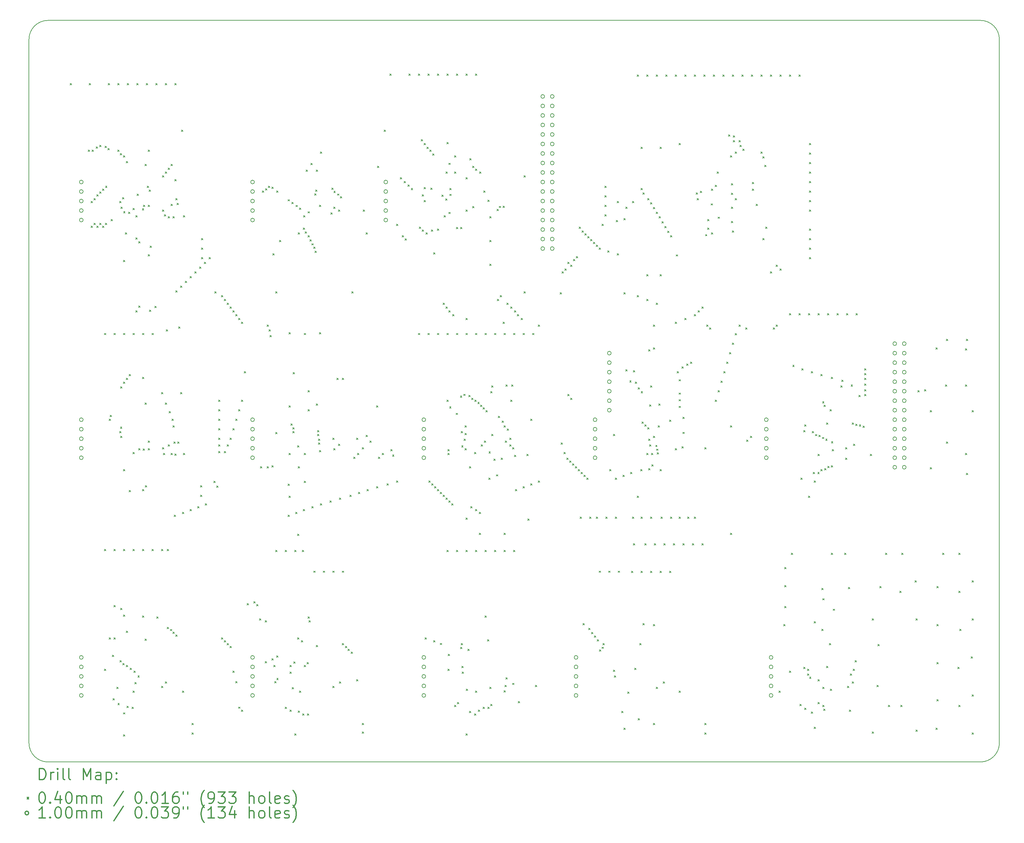
<source format=gbr>
%FSLAX45Y45*%
G04 Gerber Fmt 4.5, Leading zero omitted, Abs format (unit mm)*
G04 Created by KiCad (PCBNEW 5.0.1) date Fri 21 Dec 2018 00:14:36 AEDT*
%MOMM*%
%LPD*%
G01*
G04 APERTURE LIST*
%ADD10C,0.150000*%
%ADD11C,0.200000*%
%ADD12C,0.300000*%
G04 APERTURE END LIST*
D10*
X1016000Y-1524000D02*
G75*
G02X1524000Y-1016000I508000J0D01*
G01*
X1524000Y-20828000D02*
G75*
G02X1016000Y-20320000I0J508000D01*
G01*
X26924000Y-20320000D02*
G75*
G02X26416000Y-20828000I-508000J0D01*
G01*
X26416000Y-1016000D02*
G75*
G02X26924000Y-1524000I0J-508000D01*
G01*
X26416000Y-1016000D02*
X1524000Y-1016000D01*
X26924000Y-20320000D02*
X26924000Y-1524000D01*
X1524000Y-20828000D02*
X26416000Y-20828000D01*
X1016000Y-1524000D02*
X1016000Y-20320000D01*
D11*
X2113600Y-2697800D02*
X2153600Y-2737800D01*
X2153600Y-2697800D02*
X2113600Y-2737800D01*
X2596201Y-4475800D02*
X2636201Y-4515800D01*
X2636201Y-4475800D02*
X2596201Y-4515800D01*
X2621600Y-2697800D02*
X2661600Y-2737800D01*
X2661600Y-2697800D02*
X2621600Y-2737800D01*
X2672400Y-5847400D02*
X2712400Y-5887400D01*
X2712400Y-5847400D02*
X2672400Y-5887400D01*
X2672400Y-6508399D02*
X2712400Y-6548399D01*
X2712400Y-6508399D02*
X2672400Y-6548399D01*
X2697800Y-4475800D02*
X2737800Y-4515800D01*
X2737800Y-4475800D02*
X2697800Y-4515800D01*
X2748600Y-5771200D02*
X2788600Y-5811200D01*
X2788600Y-5771200D02*
X2748600Y-5811200D01*
X2748600Y-6431600D02*
X2788600Y-6471600D01*
X2788600Y-6431600D02*
X2748600Y-6471600D01*
X2806739Y-4394707D02*
X2846739Y-4434707D01*
X2846739Y-4394707D02*
X2806739Y-4434707D01*
X2824800Y-5669600D02*
X2864800Y-5709600D01*
X2864800Y-5669600D02*
X2824800Y-5709600D01*
X2824800Y-6508399D02*
X2864800Y-6548399D01*
X2864800Y-6508399D02*
X2824800Y-6548399D01*
X2901000Y-4348800D02*
X2941000Y-4388800D01*
X2941000Y-4348800D02*
X2901000Y-4388800D01*
X2901000Y-5593400D02*
X2941000Y-5633400D01*
X2941000Y-5593400D02*
X2901000Y-5633400D01*
X2901000Y-6431600D02*
X2941000Y-6471600D01*
X2941000Y-6431600D02*
X2901000Y-6471600D01*
X2977200Y-5517200D02*
X3017200Y-5557200D01*
X3017200Y-5517200D02*
X2977200Y-5557200D01*
X2977200Y-6508399D02*
X3017200Y-6548399D01*
X3017200Y-6508399D02*
X2977200Y-6548399D01*
X3028000Y-9375100D02*
X3068000Y-9415100D01*
X3068000Y-9375100D02*
X3028000Y-9415100D01*
X3028000Y-15143800D02*
X3068000Y-15183800D01*
X3068000Y-15143800D02*
X3028000Y-15183800D01*
X3028000Y-18344200D02*
X3068000Y-18384200D01*
X3068000Y-18344200D02*
X3028000Y-18384200D01*
X3043358Y-4373601D02*
X3083358Y-4413601D01*
X3083358Y-4373601D02*
X3043358Y-4413601D01*
X3053400Y-6431600D02*
X3093400Y-6471600D01*
X3093400Y-6431600D02*
X3053400Y-6471600D01*
X3058600Y-5441000D02*
X3098600Y-5481000D01*
X3098600Y-5441000D02*
X3058600Y-5481000D01*
X3122060Y-4435942D02*
X3162060Y-4475942D01*
X3162060Y-4435942D02*
X3122060Y-4475942D01*
X3129600Y-2697800D02*
X3169600Y-2737800D01*
X3169600Y-2697800D02*
X3129600Y-2737800D01*
X3155000Y-11664000D02*
X3195000Y-11704000D01*
X3195000Y-11664000D02*
X3155000Y-11704000D01*
X3155000Y-17506000D02*
X3195000Y-17546000D01*
X3195000Y-17506000D02*
X3155000Y-17546000D01*
X3180400Y-11562399D02*
X3220400Y-11602399D01*
X3220400Y-11562399D02*
X3180400Y-11602399D01*
X3205800Y-6330000D02*
X3245800Y-6370000D01*
X3245800Y-6330000D02*
X3205800Y-6370000D01*
X3243900Y-17975900D02*
X3283900Y-18015900D01*
X3283900Y-17975900D02*
X3243900Y-18015900D01*
X3256600Y-19131600D02*
X3296600Y-19171600D01*
X3296600Y-19131600D02*
X3256600Y-19171600D01*
X3282000Y-9375100D02*
X3322000Y-9415100D01*
X3322000Y-9375100D02*
X3282000Y-9415100D01*
X3282000Y-15143800D02*
X3322000Y-15183800D01*
X3322000Y-15143800D02*
X3282000Y-15183800D01*
X3282000Y-16642400D02*
X3322000Y-16682400D01*
X3322000Y-16642400D02*
X3282000Y-16682400D01*
X3282000Y-17506000D02*
X3322000Y-17546000D01*
X3322000Y-17506000D02*
X3282000Y-17546000D01*
X3360402Y-18826800D02*
X3400402Y-18866800D01*
X3400402Y-18826800D02*
X3360402Y-18866800D01*
X3383600Y-2697800D02*
X3423600Y-2737800D01*
X3423600Y-2697800D02*
X3383600Y-2737800D01*
X3383600Y-4475800D02*
X3423600Y-4515800D01*
X3423600Y-4475800D02*
X3383600Y-4515800D01*
X3390000Y-19258600D02*
X3430000Y-19298600D01*
X3430000Y-19258600D02*
X3390000Y-19298600D01*
X3434399Y-5847400D02*
X3474399Y-5887400D01*
X3474399Y-5847400D02*
X3434399Y-5887400D01*
X3434400Y-11994200D02*
X3474400Y-12034200D01*
X3474400Y-11994200D02*
X3434400Y-12034200D01*
X3447100Y-18115600D02*
X3487100Y-18155600D01*
X3487100Y-18115600D02*
X3447100Y-18155600D01*
X3452957Y-4572802D02*
X3492957Y-4612802D01*
X3492957Y-4572802D02*
X3452957Y-4612802D01*
X3457280Y-11876596D02*
X3497280Y-11916596D01*
X3497280Y-11876596D02*
X3457280Y-11916596D01*
X3459800Y-10800400D02*
X3499800Y-10840400D01*
X3499800Y-10800400D02*
X3459800Y-10840400D01*
X3459800Y-12121200D02*
X3499800Y-12161200D01*
X3499800Y-12121200D02*
X3459800Y-12161200D01*
X3459800Y-16718600D02*
X3499800Y-16758600D01*
X3499800Y-16718600D02*
X3459800Y-16758600D01*
X3470000Y-5999800D02*
X3510000Y-6039800D01*
X3510000Y-5999800D02*
X3470000Y-6039800D01*
X3510600Y-5745800D02*
X3550600Y-5785800D01*
X3550600Y-5745800D02*
X3510600Y-5785800D01*
X3522701Y-18191800D02*
X3562701Y-18231800D01*
X3562701Y-18191800D02*
X3522701Y-18231800D01*
X3534921Y-19509417D02*
X3574921Y-19549417D01*
X3574921Y-19509417D02*
X3534921Y-19549417D01*
X3536000Y-7422200D02*
X3576000Y-7462200D01*
X3576000Y-7422200D02*
X3536000Y-7462200D01*
X3536000Y-9375100D02*
X3576000Y-9415100D01*
X3576000Y-9375100D02*
X3536000Y-9415100D01*
X3536000Y-10673400D02*
X3576000Y-10713400D01*
X3576000Y-10673400D02*
X3536000Y-10713400D01*
X3536000Y-13010200D02*
X3576000Y-13050200D01*
X3576000Y-13010200D02*
X3536000Y-13050200D01*
X3536000Y-15143800D02*
X3576000Y-15183800D01*
X3576000Y-15143800D02*
X3536000Y-15183800D01*
X3536000Y-20096800D02*
X3576000Y-20136800D01*
X3576000Y-20096800D02*
X3536000Y-20136800D01*
X3536292Y-4628799D02*
X3576292Y-4668799D01*
X3576292Y-4628799D02*
X3536292Y-4668799D01*
X3536292Y-16896400D02*
X3576292Y-16936400D01*
X3576292Y-16896400D02*
X3536292Y-16936400D01*
X3541668Y-6121450D02*
X3581668Y-6161450D01*
X3581668Y-6121450D02*
X3541668Y-6161450D01*
X3586800Y-6685600D02*
X3626800Y-6725600D01*
X3626800Y-6685600D02*
X3586800Y-6725600D01*
X3612200Y-4780001D02*
X3652200Y-4820001D01*
X3652200Y-4780001D02*
X3612200Y-4820001D01*
X3612200Y-10571800D02*
X3652200Y-10611800D01*
X3652200Y-10571800D02*
X3612200Y-10611800D01*
X3612200Y-17328200D02*
X3652200Y-17368200D01*
X3652200Y-17328200D02*
X3612200Y-17368200D01*
X3612200Y-18242600D02*
X3652200Y-18282600D01*
X3652200Y-18242600D02*
X3612200Y-18282600D01*
X3630000Y-19334800D02*
X3670000Y-19374800D01*
X3670000Y-19334800D02*
X3630000Y-19374800D01*
X3637600Y-2697800D02*
X3677600Y-2737800D01*
X3677600Y-2697800D02*
X3637600Y-2737800D01*
X3675700Y-6139500D02*
X3715700Y-6179500D01*
X3715700Y-6139500D02*
X3675700Y-6179500D01*
X3688400Y-10470200D02*
X3728400Y-10510200D01*
X3728400Y-10470200D02*
X3688400Y-10510200D01*
X3688400Y-13569000D02*
X3728400Y-13609000D01*
X3728400Y-13569000D02*
X3688400Y-13609000D01*
X3713800Y-18318800D02*
X3753800Y-18358800D01*
X3753800Y-18318800D02*
X3713800Y-18358800D01*
X3764600Y-19360200D02*
X3804600Y-19400200D01*
X3804600Y-19360200D02*
X3764600Y-19400200D01*
X3790000Y-6037900D02*
X3830000Y-6077900D01*
X3830000Y-6037900D02*
X3790000Y-6077900D01*
X3790000Y-9375100D02*
X3830000Y-9415100D01*
X3830000Y-9375100D02*
X3790000Y-9415100D01*
X3790000Y-12553000D02*
X3830000Y-12593000D01*
X3830000Y-12553000D02*
X3790000Y-12593000D01*
X3790000Y-15143800D02*
X3830000Y-15183800D01*
X3830000Y-15143800D02*
X3790000Y-15183800D01*
X3790000Y-18928400D02*
X3830000Y-18968400D01*
X3830000Y-18928400D02*
X3790000Y-18968400D01*
X3815400Y-18395000D02*
X3855400Y-18435000D01*
X3855400Y-18395000D02*
X3815400Y-18435000D01*
X3840800Y-18699800D02*
X3880800Y-18739800D01*
X3880800Y-18699800D02*
X3840800Y-18739800D01*
X3866200Y-8769000D02*
X3906200Y-8809000D01*
X3906200Y-8769000D02*
X3866200Y-8809000D01*
X3866200Y-6228400D02*
X3906200Y-6268400D01*
X3906200Y-6228400D02*
X3866200Y-6268400D01*
X3866200Y-6825300D02*
X3906200Y-6865300D01*
X3906200Y-6825300D02*
X3866200Y-6865300D01*
X3891600Y-2697800D02*
X3931600Y-2737800D01*
X3931600Y-2697800D02*
X3891600Y-2737800D01*
X3904300Y-5656900D02*
X3944300Y-5696900D01*
X3944300Y-5656900D02*
X3904300Y-5696900D01*
X3923572Y-18524981D02*
X3963572Y-18564981D01*
X3963572Y-18524981D02*
X3923572Y-18564981D01*
X3942399Y-8641400D02*
X3982399Y-8681400D01*
X3982399Y-8641400D02*
X3942399Y-8681400D01*
X3942400Y-6926900D02*
X3982400Y-6966900D01*
X3982400Y-6926900D02*
X3942400Y-6966900D01*
X3942400Y-12451401D02*
X3982400Y-12491401D01*
X3982400Y-12451401D02*
X3942400Y-12491401D01*
X4040339Y-6045103D02*
X4080339Y-6085103D01*
X4080339Y-6045103D02*
X4040339Y-6085103D01*
X4044000Y-9375100D02*
X4084000Y-9415100D01*
X4084000Y-9375100D02*
X4044000Y-9415100D01*
X4044000Y-10546400D02*
X4084000Y-10586400D01*
X4084000Y-10546400D02*
X4044000Y-10586400D01*
X4044000Y-13543600D02*
X4084000Y-13583600D01*
X4084000Y-13543600D02*
X4044000Y-13583600D01*
X4044000Y-15143800D02*
X4084000Y-15183800D01*
X4084000Y-15143800D02*
X4044000Y-15183800D01*
X4044000Y-16921800D02*
X4084000Y-16961800D01*
X4084000Y-16921800D02*
X4044000Y-16961800D01*
X4059358Y-12461442D02*
X4099358Y-12501442D01*
X4099358Y-12461442D02*
X4059358Y-12501442D01*
X4069400Y-5949000D02*
X4109400Y-5989000D01*
X4109400Y-5949000D02*
X4069400Y-5989000D01*
X4110000Y-4856800D02*
X4150000Y-4896800D01*
X4150000Y-4856800D02*
X4110000Y-4896800D01*
X4110000Y-11232200D02*
X4150000Y-11272200D01*
X4150000Y-11232200D02*
X4110000Y-11272200D01*
X4110000Y-17543400D02*
X4150000Y-17583400D01*
X4150000Y-17543400D02*
X4110000Y-17583400D01*
X4120200Y-13442000D02*
X4160200Y-13482000D01*
X4160200Y-13442000D02*
X4120200Y-13482000D01*
X4145600Y-2697800D02*
X4185600Y-2737800D01*
X4185600Y-2697800D02*
X4145600Y-2737800D01*
X4171000Y-5441000D02*
X4211000Y-5481000D01*
X4211000Y-5441000D02*
X4171000Y-5481000D01*
X4196399Y-7269800D02*
X4236399Y-7309800D01*
X4236399Y-7269800D02*
X4196399Y-7309800D01*
X4196400Y-4475800D02*
X4236400Y-4515800D01*
X4236400Y-4475800D02*
X4196400Y-4515800D01*
X4196400Y-5949000D02*
X4236400Y-5989000D01*
X4236400Y-5949000D02*
X4196400Y-5989000D01*
X4196400Y-12248200D02*
X4236400Y-12288200D01*
X4236400Y-12248200D02*
X4196400Y-12288200D01*
X4196401Y-12451400D02*
X4236401Y-12491400D01*
X4236401Y-12451400D02*
X4196401Y-12491400D01*
X4221800Y-5542600D02*
X4261800Y-5582600D01*
X4261800Y-5542600D02*
X4221800Y-5582600D01*
X4234500Y-8755700D02*
X4274500Y-8795700D01*
X4274500Y-8755700D02*
X4234500Y-8795700D01*
X4247200Y-7041199D02*
X4287200Y-7081199D01*
X4287200Y-7041199D02*
X4247200Y-7081199D01*
X4298000Y-9375100D02*
X4338000Y-9415100D01*
X4338000Y-9375100D02*
X4298000Y-9415100D01*
X4298000Y-15143800D02*
X4338000Y-15183800D01*
X4338000Y-15143800D02*
X4298000Y-15183800D01*
X4374200Y-8654100D02*
X4414200Y-8694100D01*
X4414200Y-8654100D02*
X4374200Y-8694100D01*
X4399600Y-2697800D02*
X4439600Y-2737800D01*
X4439600Y-2697800D02*
X4399600Y-2737800D01*
X4425000Y-16947797D02*
X4465000Y-16987797D01*
X4465000Y-16947797D02*
X4425000Y-16987797D01*
X4552000Y-10952800D02*
X4592000Y-10992800D01*
X4592000Y-10952800D02*
X4552000Y-10992800D01*
X4552000Y-15143800D02*
X4592000Y-15183800D01*
X4592000Y-15143800D02*
X4552000Y-15183800D01*
X4552000Y-18801400D02*
X4592000Y-18841400D01*
X4592000Y-18801400D02*
X4552000Y-18841400D01*
X4577400Y-5161600D02*
X4617400Y-5201600D01*
X4617400Y-5161600D02*
X4577400Y-5201600D01*
X4577400Y-6076000D02*
X4617400Y-6116000D01*
X4617400Y-6076000D02*
X4577400Y-6116000D01*
X4577400Y-12426000D02*
X4617400Y-12466000D01*
X4617400Y-12426000D02*
X4577400Y-12466000D01*
X4602800Y-12578400D02*
X4642800Y-12618400D01*
X4642800Y-12578400D02*
X4602800Y-12618400D01*
X4628200Y-6203000D02*
X4668200Y-6243000D01*
X4668200Y-6203000D02*
X4628200Y-6243000D01*
X4653600Y-2697800D02*
X4693600Y-2737800D01*
X4693600Y-2697800D02*
X4653600Y-2737800D01*
X4653600Y-5060000D02*
X4693600Y-5100000D01*
X4693600Y-5060000D02*
X4653600Y-5100000D01*
X4653600Y-11232200D02*
X4693600Y-11272200D01*
X4693600Y-11232200D02*
X4653600Y-11272200D01*
X4653600Y-18682000D02*
X4693600Y-18722000D01*
X4693600Y-18682000D02*
X4653600Y-18722000D01*
X4679000Y-9276400D02*
X4719000Y-9316400D01*
X4719000Y-9276400D02*
X4679000Y-9316400D01*
X4704400Y-15143800D02*
X4744400Y-15183800D01*
X4744400Y-15143800D02*
X4704400Y-15183800D01*
X4704400Y-17226002D02*
X4744400Y-17266002D01*
X4744400Y-17226002D02*
X4704400Y-17266002D01*
X4729800Y-4958400D02*
X4769800Y-4998400D01*
X4769800Y-4958400D02*
X4729800Y-4998400D01*
X4729800Y-6253800D02*
X4769800Y-6293800D01*
X4769800Y-6253800D02*
X4729800Y-6293800D01*
X4729800Y-12349800D02*
X4769800Y-12389800D01*
X4769800Y-12349800D02*
X4729800Y-12389800D01*
X4755200Y-11460798D02*
X4795200Y-11500798D01*
X4795200Y-11460798D02*
X4755200Y-11500798D01*
X4787636Y-17282146D02*
X4827636Y-17322146D01*
X4827636Y-17282146D02*
X4787636Y-17322146D01*
X4806000Y-4856800D02*
X4846000Y-4896800D01*
X4846000Y-4856800D02*
X4806000Y-4896800D01*
X4806000Y-5923600D02*
X4846000Y-5963600D01*
X4846000Y-5923600D02*
X4806000Y-5963600D01*
X4806000Y-12578400D02*
X4846000Y-12618400D01*
X4846000Y-12578400D02*
X4806000Y-12618400D01*
X4831400Y-11664000D02*
X4871400Y-11704000D01*
X4871400Y-11664000D02*
X4831400Y-11704000D01*
X4856320Y-11842280D02*
X4896320Y-11882280D01*
X4896320Y-11842280D02*
X4856320Y-11882280D01*
X4856800Y-6253800D02*
X4896800Y-6293800D01*
X4896800Y-6253800D02*
X4856800Y-6293800D01*
X4857475Y-17354277D02*
X4897475Y-17394277D01*
X4897475Y-17354277D02*
X4857475Y-17394277D01*
X4882200Y-12273600D02*
X4922200Y-12313600D01*
X4922200Y-12273600D02*
X4882200Y-12313600D01*
X4889599Y-14229400D02*
X4929599Y-14269400D01*
X4929599Y-14229400D02*
X4889599Y-14269400D01*
X4906179Y-12597122D02*
X4946179Y-12637122D01*
X4946179Y-12597122D02*
X4906179Y-12637122D01*
X4907600Y-2697800D02*
X4947600Y-2737800D01*
X4947600Y-2697800D02*
X4907600Y-2737800D01*
X4907600Y-5263200D02*
X4947600Y-5303200D01*
X4947600Y-5263200D02*
X4907600Y-5303200D01*
X4933000Y-5771200D02*
X4973000Y-5811200D01*
X4973000Y-5771200D02*
X4933000Y-5811200D01*
X4933000Y-8235000D02*
X4973000Y-8275000D01*
X4973000Y-8235000D02*
X4933000Y-8275000D01*
X4933000Y-17429800D02*
X4973000Y-17469800D01*
X4973000Y-17429800D02*
X4933000Y-17469800D01*
X4971101Y-5901199D02*
X5011101Y-5941199D01*
X5011101Y-5901199D02*
X4971101Y-5941199D01*
X4983800Y-12273600D02*
X5023800Y-12313600D01*
X5023800Y-12273600D02*
X4983800Y-12313600D01*
X5009200Y-9200200D02*
X5049200Y-9240200D01*
X5049200Y-9200200D02*
X5009200Y-9240200D01*
X5060000Y-8108000D02*
X5100000Y-8148000D01*
X5100000Y-8108000D02*
X5060000Y-8148000D01*
X5060000Y-10952800D02*
X5100000Y-10992800D01*
X5100000Y-10952800D02*
X5060000Y-10992800D01*
X5085400Y-3942400D02*
X5125400Y-3982400D01*
X5125400Y-3942400D02*
X5085400Y-3982400D01*
X5110800Y-14153200D02*
X5150800Y-14193200D01*
X5150800Y-14153200D02*
X5110800Y-14193200D01*
X5110800Y-18928400D02*
X5150800Y-18968400D01*
X5150800Y-18928400D02*
X5110800Y-18968400D01*
X5136200Y-6228400D02*
X5176200Y-6268400D01*
X5176200Y-6228400D02*
X5136200Y-6268400D01*
X5136200Y-12578400D02*
X5176200Y-12618400D01*
X5176200Y-12578400D02*
X5136200Y-12618400D01*
X5187000Y-7981000D02*
X5227000Y-8021000D01*
X5227000Y-7981000D02*
X5187000Y-8021000D01*
X5314000Y-7854000D02*
X5354000Y-7894000D01*
X5354000Y-7854000D02*
X5314000Y-7894000D01*
X5314000Y-14077000D02*
X5354000Y-14117000D01*
X5354000Y-14077000D02*
X5314000Y-14117000D01*
X5364800Y-19792000D02*
X5404800Y-19832000D01*
X5404800Y-19792000D02*
X5364800Y-19832000D01*
X5364800Y-20046000D02*
X5404800Y-20086000D01*
X5404800Y-20046000D02*
X5364800Y-20086000D01*
X5441000Y-7727000D02*
X5481000Y-7767000D01*
X5481000Y-7727000D02*
X5441000Y-7767000D01*
X5517200Y-14000800D02*
X5557200Y-14040800D01*
X5557200Y-14000800D02*
X5517200Y-14040800D01*
X5568000Y-7600000D02*
X5608000Y-7640000D01*
X5608000Y-7600000D02*
X5568000Y-7640000D01*
X5593400Y-13442000D02*
X5633400Y-13482000D01*
X5633400Y-13442000D02*
X5593400Y-13482000D01*
X5593400Y-13696000D02*
X5633400Y-13736000D01*
X5633400Y-13696000D02*
X5593400Y-13736000D01*
X5618800Y-6838000D02*
X5658800Y-6878000D01*
X5658800Y-6838000D02*
X5618800Y-6878000D01*
X5618800Y-7092000D02*
X5658800Y-7132000D01*
X5658800Y-7092000D02*
X5618800Y-7132000D01*
X5618800Y-7346000D02*
X5658800Y-7386000D01*
X5658800Y-7346000D02*
X5618800Y-7386000D01*
X5695000Y-7473000D02*
X5735000Y-7513000D01*
X5735000Y-7473000D02*
X5695000Y-7513000D01*
X5720400Y-13924600D02*
X5760400Y-13964600D01*
X5760400Y-13924600D02*
X5720400Y-13964600D01*
X5822000Y-7346000D02*
X5862000Y-7386000D01*
X5862000Y-7346000D02*
X5822000Y-7386000D01*
X5949000Y-13327700D02*
X5989000Y-13367700D01*
X5989000Y-13327700D02*
X5949000Y-13367700D01*
X5974400Y-8260400D02*
X6014400Y-8300400D01*
X6014400Y-8260400D02*
X5974400Y-8300400D01*
X6025200Y-13454700D02*
X6065200Y-13494700D01*
X6065200Y-13454700D02*
X6025200Y-13494700D01*
X6076000Y-11156000D02*
X6116000Y-11196000D01*
X6116000Y-11156000D02*
X6076000Y-11196000D01*
X6076000Y-11410000D02*
X6116000Y-11450000D01*
X6116000Y-11410000D02*
X6076000Y-11450000D01*
X6076000Y-11664000D02*
X6116000Y-11704000D01*
X6116000Y-11664000D02*
X6076000Y-11704000D01*
X6076000Y-11918000D02*
X6116000Y-11958000D01*
X6116000Y-11918000D02*
X6076000Y-11958000D01*
X6076000Y-12172000D02*
X6116000Y-12212000D01*
X6116000Y-12172000D02*
X6076000Y-12212000D01*
X6076000Y-12349800D02*
X6116000Y-12389800D01*
X6116000Y-12349800D02*
X6076000Y-12389800D01*
X6076000Y-12527600D02*
X6116000Y-12567600D01*
X6116000Y-12527600D02*
X6076000Y-12567600D01*
X6152200Y-8362000D02*
X6192200Y-8402000D01*
X6192200Y-8362000D02*
X6152200Y-8402000D01*
X6152200Y-17506000D02*
X6192200Y-17546000D01*
X6192200Y-17506000D02*
X6152200Y-17546000D01*
X6228400Y-8463600D02*
X6268400Y-8503600D01*
X6268400Y-8463600D02*
X6228400Y-8503600D01*
X6228400Y-12527600D02*
X6268400Y-12567600D01*
X6268400Y-12527600D02*
X6228400Y-12567600D01*
X6228400Y-17582200D02*
X6268400Y-17622200D01*
X6268400Y-17582200D02*
X6228400Y-17622200D01*
X6304600Y-8565200D02*
X6344600Y-8605200D01*
X6344600Y-8565200D02*
X6304600Y-8605200D01*
X6304600Y-12349800D02*
X6344600Y-12389800D01*
X6344600Y-12349800D02*
X6304600Y-12389800D01*
X6304600Y-17658400D02*
X6344600Y-17698400D01*
X6344600Y-17658400D02*
X6304600Y-17698400D01*
X6380800Y-8666800D02*
X6420800Y-8706800D01*
X6420800Y-8666800D02*
X6380800Y-8706800D01*
X6380800Y-12172000D02*
X6420800Y-12212000D01*
X6420800Y-12172000D02*
X6380800Y-12212000D01*
X6380800Y-17734600D02*
X6420800Y-17774600D01*
X6420800Y-17734600D02*
X6380800Y-17774600D01*
X6457000Y-8768400D02*
X6497000Y-8808400D01*
X6497000Y-8768400D02*
X6457000Y-8808400D01*
X6457000Y-11918000D02*
X6497000Y-11958000D01*
X6497000Y-11918000D02*
X6457000Y-11958000D01*
X6457000Y-18395000D02*
X6497000Y-18435000D01*
X6497000Y-18395000D02*
X6457000Y-18435000D01*
X6533200Y-11664000D02*
X6573200Y-11704000D01*
X6573200Y-11664000D02*
X6533200Y-11704000D01*
X6533799Y-8870000D02*
X6573799Y-8910000D01*
X6573799Y-8870000D02*
X6533799Y-8910000D01*
X6533799Y-18674400D02*
X6573799Y-18714400D01*
X6573799Y-18674400D02*
X6533799Y-18714400D01*
X6609999Y-8971600D02*
X6649999Y-9011600D01*
X6649999Y-8971600D02*
X6609999Y-9011600D01*
X6609999Y-11410000D02*
X6649999Y-11450000D01*
X6649999Y-11410000D02*
X6609999Y-11450000D01*
X6609999Y-19356534D02*
X6649999Y-19396534D01*
X6649999Y-19356534D02*
X6609999Y-19396534D01*
X6685601Y-9073200D02*
X6725601Y-9113200D01*
X6725601Y-9073200D02*
X6685601Y-9113200D01*
X6685601Y-11156000D02*
X6725601Y-11196000D01*
X6725601Y-11156000D02*
X6685601Y-11196000D01*
X6685601Y-19436400D02*
X6725601Y-19476400D01*
X6725601Y-19436400D02*
X6685601Y-19476400D01*
X6761800Y-10394000D02*
X6801800Y-10434000D01*
X6801800Y-10394000D02*
X6761800Y-10434000D01*
X6838000Y-16591600D02*
X6878000Y-16631600D01*
X6878000Y-16591600D02*
X6838000Y-16631600D01*
X7015800Y-16540800D02*
X7055800Y-16580800D01*
X7055800Y-16540800D02*
X7015800Y-16580800D01*
X7092000Y-16617000D02*
X7132000Y-16657000D01*
X7132000Y-16617000D02*
X7092000Y-16657000D01*
X7168200Y-16998598D02*
X7208200Y-17038598D01*
X7208200Y-16998598D02*
X7168200Y-17038598D01*
X7193600Y-12934000D02*
X7233600Y-12974000D01*
X7233600Y-12934000D02*
X7193600Y-12974000D01*
X7244400Y-5568000D02*
X7284400Y-5608000D01*
X7284400Y-5568000D02*
X7244400Y-5608000D01*
X7320600Y-18141000D02*
X7360600Y-18181000D01*
X7360600Y-18141000D02*
X7320600Y-18181000D01*
X7320601Y-17048800D02*
X7360601Y-17088800D01*
X7360601Y-17048800D02*
X7320601Y-17088800D01*
X7327939Y-5512308D02*
X7367939Y-5552308D01*
X7367939Y-5512308D02*
X7327939Y-5552308D01*
X7371400Y-9149400D02*
X7411400Y-9189400D01*
X7411400Y-9149400D02*
X7371400Y-9189400D01*
X7371400Y-12934000D02*
X7411400Y-12974000D01*
X7411400Y-12934000D02*
X7371400Y-12974000D01*
X7403540Y-5441000D02*
X7443540Y-5481000D01*
X7443540Y-5441000D02*
X7403540Y-5481000D01*
X7422200Y-9276400D02*
X7462200Y-9316400D01*
X7462200Y-9276400D02*
X7422200Y-9316400D01*
X7447600Y-9428800D02*
X7487600Y-9468800D01*
X7487600Y-9428800D02*
X7447600Y-9468800D01*
X7498400Y-12908600D02*
X7538400Y-12948600D01*
X7538400Y-12908600D02*
X7498400Y-12948600D01*
X7498400Y-18064800D02*
X7538400Y-18104800D01*
X7538400Y-18064800D02*
X7498400Y-18104800D01*
X7500525Y-5466966D02*
X7540525Y-5506966D01*
X7540525Y-5466966D02*
X7500525Y-5506966D01*
X7523800Y-7244400D02*
X7563800Y-7284400D01*
X7563800Y-7244400D02*
X7523800Y-7284400D01*
X7549199Y-18242600D02*
X7589199Y-18282600D01*
X7589199Y-18242600D02*
X7549199Y-18282600D01*
X7574600Y-18674400D02*
X7614600Y-18714400D01*
X7614600Y-18674400D02*
X7574600Y-18714400D01*
X7600000Y-8260400D02*
X7640000Y-8300400D01*
X7640000Y-8260400D02*
X7600000Y-8300400D01*
X7600000Y-12019600D02*
X7640000Y-12059600D01*
X7640000Y-12019600D02*
X7600000Y-12059600D01*
X7600000Y-15169200D02*
X7640000Y-15209200D01*
X7640000Y-15169200D02*
X7600000Y-15209200D01*
X7625400Y-5568000D02*
X7665400Y-5608000D01*
X7665400Y-5568000D02*
X7625400Y-5608000D01*
X7625400Y-17988600D02*
X7665400Y-18028600D01*
X7665400Y-17988600D02*
X7625400Y-18028600D01*
X7630955Y-18591306D02*
X7670955Y-18631306D01*
X7670955Y-18591306D02*
X7630955Y-18631306D01*
X7701600Y-6888800D02*
X7741600Y-6928800D01*
X7741600Y-6888800D02*
X7701600Y-6928800D01*
X7854000Y-15169200D02*
X7894000Y-15209200D01*
X7894000Y-15169200D02*
X7854000Y-15209200D01*
X7854000Y-19360200D02*
X7894000Y-19400200D01*
X7894000Y-19360200D02*
X7854000Y-19400200D01*
X7929901Y-5801617D02*
X7969901Y-5841617D01*
X7969901Y-5801617D02*
X7929901Y-5841617D01*
X7930200Y-13403900D02*
X7970200Y-13443900D01*
X7970200Y-13403900D02*
X7930200Y-13443900D01*
X7930200Y-14229400D02*
X7970200Y-14269400D01*
X7970200Y-14229400D02*
X7930200Y-14269400D01*
X7955600Y-9352600D02*
X7995600Y-9392600D01*
X7995600Y-9352600D02*
X7955600Y-9392600D01*
X7955600Y-11308400D02*
X7995600Y-11348400D01*
X7995600Y-11308400D02*
X7955600Y-11348400D01*
X7955600Y-12578400D02*
X7995600Y-12618400D01*
X7995600Y-12578400D02*
X7955600Y-12618400D01*
X7955600Y-13721400D02*
X7995600Y-13761400D01*
X7995600Y-13721400D02*
X7955600Y-13761400D01*
X7980998Y-18242600D02*
X8020998Y-18282600D01*
X8020998Y-18242600D02*
X7980998Y-18282600D01*
X7981000Y-18420400D02*
X8021000Y-18460400D01*
X8021000Y-18420400D02*
X7981000Y-18460400D01*
X7981000Y-19436400D02*
X8021000Y-19476400D01*
X8021000Y-19436400D02*
X7981000Y-19476400D01*
X8006400Y-11791000D02*
X8046400Y-11831000D01*
X8046400Y-11791000D02*
X8006400Y-11831000D01*
X8031800Y-5872801D02*
X8071800Y-5912801D01*
X8071800Y-5872801D02*
X8031800Y-5912801D01*
X8044500Y-18839500D02*
X8084500Y-18879500D01*
X8084500Y-18839500D02*
X8044500Y-18879500D01*
X8057200Y-11892600D02*
X8097200Y-11932600D01*
X8097200Y-11892600D02*
X8057200Y-11932600D01*
X8057200Y-11994200D02*
X8097200Y-12034200D01*
X8097200Y-11994200D02*
X8057200Y-12034200D01*
X8069900Y-10419400D02*
X8109900Y-10459400D01*
X8109900Y-10419400D02*
X8069900Y-10459400D01*
X8082600Y-18153700D02*
X8122600Y-18193700D01*
X8122600Y-18153700D02*
X8082600Y-18193700D01*
X8108000Y-15169200D02*
X8148000Y-15209200D01*
X8148000Y-15169200D02*
X8108000Y-15209200D01*
X8108000Y-20071400D02*
X8148000Y-20111400D01*
X8148000Y-20071400D02*
X8108000Y-20111400D01*
X8133400Y-14153200D02*
X8173400Y-14193200D01*
X8173400Y-14153200D02*
X8133400Y-14193200D01*
X8141156Y-5955548D02*
X8181156Y-5995548D01*
X8181156Y-5955548D02*
X8141156Y-5995548D01*
X8184200Y-12375200D02*
X8224200Y-12415200D01*
X8224200Y-12375200D02*
X8184200Y-12415200D01*
X8184200Y-14737398D02*
X8224200Y-14777398D01*
X8224200Y-14737398D02*
X8184200Y-14777398D01*
X8184200Y-17506000D02*
X8224200Y-17546000D01*
X8224200Y-17506000D02*
X8184200Y-17546000D01*
X8202000Y-6685600D02*
X8242000Y-6725600D01*
X8242000Y-6685600D02*
X8202000Y-6725600D01*
X8202000Y-12934000D02*
X8242000Y-12974000D01*
X8242000Y-12934000D02*
X8202000Y-12974000D01*
X8202000Y-19461800D02*
X8242000Y-19501800D01*
X8242000Y-19461800D02*
X8202000Y-19501800D01*
X8235000Y-6025200D02*
X8275000Y-6065200D01*
X8275000Y-6025200D02*
X8235000Y-6065200D01*
X8235000Y-18928400D02*
X8275000Y-18968400D01*
X8275000Y-18928400D02*
X8235000Y-18968400D01*
X8285800Y-17582200D02*
X8325800Y-17622200D01*
X8325800Y-17582200D02*
X8285800Y-17622200D01*
X8311200Y-15169200D02*
X8351200Y-15209200D01*
X8351200Y-15169200D02*
X8311200Y-15209200D01*
X8323900Y-19538000D02*
X8363900Y-19578000D01*
X8363900Y-19538000D02*
X8323900Y-19578000D01*
X8336600Y-6558600D02*
X8376600Y-6598600D01*
X8376600Y-6558600D02*
X8336600Y-6598600D01*
X8336600Y-14077000D02*
X8376600Y-14117000D01*
X8376600Y-14077000D02*
X8336600Y-14117000D01*
X8349300Y-6228400D02*
X8389300Y-6268400D01*
X8389300Y-6228400D02*
X8349300Y-6268400D01*
X8362000Y-9375100D02*
X8402000Y-9415100D01*
X8402000Y-9375100D02*
X8362000Y-9415100D01*
X8362000Y-12578400D02*
X8402000Y-12618400D01*
X8402000Y-12578400D02*
X8362000Y-12618400D01*
X8362000Y-13327700D02*
X8402000Y-13367700D01*
X8402000Y-13327700D02*
X8362000Y-13367700D01*
X8362000Y-18242600D02*
X8402000Y-18282600D01*
X8402000Y-18242600D02*
X8362000Y-18282600D01*
X8387400Y-6660200D02*
X8427400Y-6700200D01*
X8427400Y-6660200D02*
X8387400Y-6700200D01*
X8412800Y-5009200D02*
X8452800Y-5049200D01*
X8452800Y-5009200D02*
X8412800Y-5049200D01*
X8438200Y-18166400D02*
X8478200Y-18206400D01*
X8478200Y-18166400D02*
X8438200Y-18206400D01*
X8450900Y-19538000D02*
X8490900Y-19578000D01*
X8490900Y-19538000D02*
X8450900Y-19578000D01*
X8463001Y-6764247D02*
X8503001Y-6804247D01*
X8503001Y-6764247D02*
X8463001Y-6804247D01*
X8463600Y-10902000D02*
X8503600Y-10942000D01*
X8503600Y-10902000D02*
X8463600Y-10942000D01*
X8463600Y-11410000D02*
X8503600Y-11450000D01*
X8503600Y-11410000D02*
X8463600Y-11450000D01*
X8463600Y-16947200D02*
X8503600Y-16987200D01*
X8503600Y-16947200D02*
X8463600Y-16987200D01*
X8466437Y-6123197D02*
X8506437Y-6163197D01*
X8506437Y-6123197D02*
X8466437Y-6163197D01*
X8489000Y-17048800D02*
X8529000Y-17088800D01*
X8529000Y-17048800D02*
X8489000Y-17088800D01*
X8513802Y-6873614D02*
X8553802Y-6913614D01*
X8553802Y-6873614D02*
X8513802Y-6913614D01*
X8539800Y-4831400D02*
X8579800Y-4871400D01*
X8579800Y-4831400D02*
X8539800Y-4871400D01*
X8564603Y-6979565D02*
X8604603Y-7019565D01*
X8604603Y-6979565D02*
X8564603Y-7019565D01*
X8565200Y-14000800D02*
X8605200Y-14040800D01*
X8605200Y-14000800D02*
X8565200Y-14040800D01*
X8616000Y-7066600D02*
X8656000Y-7106600D01*
X8656000Y-7066600D02*
X8616000Y-7106600D01*
X8616000Y-15725100D02*
X8656000Y-15765100D01*
X8656000Y-15725100D02*
X8616000Y-15765100D01*
X8641400Y-5644200D02*
X8681400Y-5684200D01*
X8681400Y-5644200D02*
X8641400Y-5684200D01*
X8653620Y-7180420D02*
X8693620Y-7220420D01*
X8693620Y-7180420D02*
X8653620Y-7220420D01*
X8666800Y-5542600D02*
X8706800Y-5582600D01*
X8706800Y-5542600D02*
X8666800Y-5582600D01*
X8682000Y-5009200D02*
X8722000Y-5049200D01*
X8722000Y-5009200D02*
X8682000Y-5049200D01*
X8682000Y-11257600D02*
X8722000Y-11297600D01*
X8722000Y-11257600D02*
X8682000Y-11297600D01*
X8682000Y-17709200D02*
X8722000Y-17749200D01*
X8722000Y-17709200D02*
X8682000Y-17749200D01*
X8717600Y-11968800D02*
X8757600Y-12008800D01*
X8757600Y-11968800D02*
X8717600Y-12008800D01*
X8720258Y-12073058D02*
X8760258Y-12113058D01*
X8760258Y-12073058D02*
X8720258Y-12113058D01*
X8743000Y-12197400D02*
X8783000Y-12237400D01*
X8783000Y-12197400D02*
X8743000Y-12237400D01*
X8745846Y-12301470D02*
X8785846Y-12341470D01*
X8785846Y-12301470D02*
X8745846Y-12341470D01*
X8768400Y-5949000D02*
X8808400Y-5989000D01*
X8808400Y-5949000D02*
X8768400Y-5989000D01*
X8768400Y-9352600D02*
X8808400Y-9392600D01*
X8808400Y-9352600D02*
X8768400Y-9392600D01*
X8768400Y-12502200D02*
X8808400Y-12542200D01*
X8808400Y-12502200D02*
X8768400Y-12542200D01*
X8793800Y-4526600D02*
X8833800Y-4566600D01*
X8833800Y-4526600D02*
X8793800Y-4566600D01*
X8793800Y-13924600D02*
X8833800Y-13964600D01*
X8833800Y-13924600D02*
X8793800Y-13964600D01*
X8870000Y-15725100D02*
X8910000Y-15765100D01*
X8910000Y-15725100D02*
X8870000Y-15765100D01*
X9047800Y-13848400D02*
X9087800Y-13888400D01*
X9087800Y-13848400D02*
X9047800Y-13888400D01*
X9073200Y-6152200D02*
X9113200Y-6192200D01*
X9113200Y-6152200D02*
X9073200Y-6192200D01*
X9098600Y-5491800D02*
X9138600Y-5531800D01*
X9138600Y-5491800D02*
X9098600Y-5531800D01*
X9124000Y-12172000D02*
X9164000Y-12212000D01*
X9164000Y-12172000D02*
X9124000Y-12212000D01*
X9124000Y-15725100D02*
X9164000Y-15765100D01*
X9164000Y-15725100D02*
X9124000Y-15765100D01*
X9124000Y-18801400D02*
X9164000Y-18841400D01*
X9164000Y-18801400D02*
X9124000Y-18841400D01*
X9149400Y-5999800D02*
X9189400Y-6039800D01*
X9189400Y-5999800D02*
X9149400Y-6039800D01*
X9149400Y-12451400D02*
X9189400Y-12491400D01*
X9189400Y-12451400D02*
X9149400Y-12491400D01*
X9154293Y-5575339D02*
X9194293Y-5615339D01*
X9194293Y-5575339D02*
X9154293Y-5615339D01*
X9238300Y-10571800D02*
X9278300Y-10611800D01*
X9278300Y-10571800D02*
X9238300Y-10611800D01*
X9251673Y-5650940D02*
X9291673Y-5690940D01*
X9291673Y-5650940D02*
X9251673Y-5690940D01*
X9276400Y-6076000D02*
X9316400Y-6116000D01*
X9316400Y-6076000D02*
X9276400Y-6116000D01*
X9276400Y-12332000D02*
X9316400Y-12372000D01*
X9316400Y-12332000D02*
X9276400Y-12372000D01*
X9301800Y-13772200D02*
X9341800Y-13812200D01*
X9341800Y-13772200D02*
X9301800Y-13812200D01*
X9301800Y-18682000D02*
X9341800Y-18722000D01*
X9341800Y-18682000D02*
X9301800Y-18722000D01*
X9327200Y-5720400D02*
X9367200Y-5760400D01*
X9367200Y-5720400D02*
X9327200Y-5760400D01*
X9377963Y-17657801D02*
X9417963Y-17697801D01*
X9417963Y-17657801D02*
X9377963Y-17697801D01*
X9378000Y-10571800D02*
X9418000Y-10611800D01*
X9418000Y-10571800D02*
X9378000Y-10611800D01*
X9378000Y-15725100D02*
X9418000Y-15765100D01*
X9418000Y-15725100D02*
X9378000Y-15765100D01*
X9461216Y-17734001D02*
X9501216Y-17774001D01*
X9501216Y-17734001D02*
X9461216Y-17774001D01*
X9534072Y-17810201D02*
X9574072Y-17850201D01*
X9574072Y-17810201D02*
X9534072Y-17850201D01*
X9581200Y-13696000D02*
X9621200Y-13736000D01*
X9621200Y-13696000D02*
X9581200Y-13736000D01*
X9617153Y-17886401D02*
X9657153Y-17926401D01*
X9657153Y-17886401D02*
X9617153Y-17926401D01*
X9632001Y-8260400D02*
X9672001Y-8300400D01*
X9672001Y-8260400D02*
X9632001Y-8300400D01*
X9682800Y-12680000D02*
X9722800Y-12720000D01*
X9722800Y-12680000D02*
X9682800Y-12720000D01*
X9759000Y-12172000D02*
X9799000Y-12212000D01*
X9799000Y-12172000D02*
X9759000Y-12212000D01*
X9759000Y-18623600D02*
X9799000Y-18663600D01*
X9799000Y-18623600D02*
X9759000Y-18663600D01*
X9784400Y-12578400D02*
X9824400Y-12618400D01*
X9824400Y-12578400D02*
X9784400Y-12618400D01*
X9809800Y-13619800D02*
X9849800Y-13659800D01*
X9849800Y-13619800D02*
X9809800Y-13659800D01*
X9911400Y-12426000D02*
X9951400Y-12466000D01*
X9951400Y-12426000D02*
X9911400Y-12466000D01*
X9911400Y-19792000D02*
X9951400Y-19832000D01*
X9951400Y-19792000D02*
X9911400Y-19832000D01*
X9911400Y-20020600D02*
X9951400Y-20060600D01*
X9951400Y-20020600D02*
X9911400Y-20060600D01*
X9936800Y-6076000D02*
X9976800Y-6116000D01*
X9976800Y-6076000D02*
X9936800Y-6116000D01*
X10013000Y-12095800D02*
X10053000Y-12135800D01*
X10053000Y-12095800D02*
X10013000Y-12135800D01*
X10013000Y-6685600D02*
X10053000Y-6725600D01*
X10053000Y-6685600D02*
X10013000Y-6725600D01*
X10038400Y-13543600D02*
X10078400Y-13583600D01*
X10078400Y-13543600D02*
X10038400Y-13583600D01*
X10114600Y-12248200D02*
X10154600Y-12288200D01*
X10154600Y-12248200D02*
X10114600Y-12288200D01*
X10292400Y-11308400D02*
X10332400Y-11348400D01*
X10332400Y-11308400D02*
X10292400Y-11348400D01*
X10292400Y-13467400D02*
X10332400Y-13507400D01*
X10332400Y-13467400D02*
X10292400Y-13507400D01*
X10317800Y-4907600D02*
X10357800Y-4947600D01*
X10357800Y-4907600D02*
X10317800Y-4947600D01*
X10343200Y-12680000D02*
X10383200Y-12720000D01*
X10383200Y-12680000D02*
X10343200Y-12720000D01*
X10444800Y-12578400D02*
X10484800Y-12618400D01*
X10484800Y-12578400D02*
X10444800Y-12618400D01*
X10495600Y-3942401D02*
X10535600Y-3982401D01*
X10535600Y-3942401D02*
X10495600Y-3982401D01*
X10571800Y-13391200D02*
X10611800Y-13431200D01*
X10611800Y-13391200D02*
X10571800Y-13431200D01*
X10648000Y-2443800D02*
X10688000Y-2483800D01*
X10688000Y-2443800D02*
X10648000Y-2483800D01*
X10673400Y-12476800D02*
X10713400Y-12516800D01*
X10713400Y-12476800D02*
X10673400Y-12516800D01*
X10722008Y-12621692D02*
X10762008Y-12661692D01*
X10762008Y-12621692D02*
X10722008Y-12661692D01*
X10825800Y-6457000D02*
X10865800Y-6497000D01*
X10865800Y-6457000D02*
X10825800Y-6497000D01*
X10825800Y-13315000D02*
X10865800Y-13355000D01*
X10865800Y-13315000D02*
X10825800Y-13355000D01*
X10927400Y-5212400D02*
X10967400Y-5252400D01*
X10967400Y-5212400D02*
X10927400Y-5252400D01*
X10978200Y-6761800D02*
X11018200Y-6801800D01*
X11018200Y-6761800D02*
X10978200Y-6801800D01*
X11029000Y-5314000D02*
X11069000Y-5354000D01*
X11069000Y-5314000D02*
X11029000Y-5354000D01*
X11054321Y-6848448D02*
X11094321Y-6888448D01*
X11094321Y-6848448D02*
X11054321Y-6888448D01*
X11129402Y-5410574D02*
X11169402Y-5450574D01*
X11169402Y-5410574D02*
X11129402Y-5450574D01*
X11156000Y-2443800D02*
X11196000Y-2483800D01*
X11196000Y-2443800D02*
X11156000Y-2483800D01*
X11219861Y-5502000D02*
X11259861Y-5542000D01*
X11259861Y-5502000D02*
X11219861Y-5542000D01*
X11410000Y-2443800D02*
X11450000Y-2483800D01*
X11450000Y-2443800D02*
X11410000Y-2483800D01*
X11410000Y-9375100D02*
X11450000Y-9415100D01*
X11450000Y-9375100D02*
X11410000Y-9415100D01*
X11435400Y-6533200D02*
X11475400Y-6573200D01*
X11475400Y-6533200D02*
X11435400Y-6573200D01*
X11486200Y-4196400D02*
X11526200Y-4236400D01*
X11526200Y-4196400D02*
X11486200Y-4236400D01*
X11511600Y-5669600D02*
X11551600Y-5709600D01*
X11551600Y-5669600D02*
X11511600Y-5709600D01*
X11511600Y-6609400D02*
X11551600Y-6649400D01*
X11551600Y-6609400D02*
X11511600Y-6649400D01*
X11562400Y-4298000D02*
X11602400Y-4338000D01*
X11602400Y-4298000D02*
X11562400Y-4338000D01*
X11562400Y-5479100D02*
X11602400Y-5519100D01*
X11602400Y-5479100D02*
X11562400Y-5519100D01*
X11562400Y-5822000D02*
X11602400Y-5862000D01*
X11602400Y-5822000D02*
X11562400Y-5862000D01*
X11587800Y-17506000D02*
X11627800Y-17546000D01*
X11627800Y-17506000D02*
X11587800Y-17546000D01*
X11613200Y-6685600D02*
X11653200Y-6725600D01*
X11653200Y-6685600D02*
X11613200Y-6725600D01*
X11638600Y-4399600D02*
X11678600Y-4439600D01*
X11678600Y-4399600D02*
X11638600Y-4439600D01*
X11664000Y-2443800D02*
X11704000Y-2483800D01*
X11704000Y-2443800D02*
X11664000Y-2483800D01*
X11664000Y-9375100D02*
X11704000Y-9415100D01*
X11704000Y-9375100D02*
X11664000Y-9415100D01*
X11689400Y-13315000D02*
X11729400Y-13355000D01*
X11729400Y-13315000D02*
X11689400Y-13355000D01*
X11714800Y-4475800D02*
X11754800Y-4515800D01*
X11754800Y-4475800D02*
X11714800Y-4515800D01*
X11740200Y-5491800D02*
X11780200Y-5531800D01*
X11780200Y-5491800D02*
X11740200Y-5531800D01*
X11758000Y-6609400D02*
X11798000Y-6649400D01*
X11798000Y-6609400D02*
X11758000Y-6649400D01*
X11765600Y-13391200D02*
X11805600Y-13431200D01*
X11805600Y-13391200D02*
X11765600Y-13431200D01*
X11791000Y-4577400D02*
X11831000Y-4617400D01*
X11831000Y-4577400D02*
X11791000Y-4617400D01*
X11816400Y-7219000D02*
X11856400Y-7259000D01*
X11856400Y-7219000D02*
X11816400Y-7259000D01*
X11816400Y-17582200D02*
X11856400Y-17622200D01*
X11856400Y-17582200D02*
X11816400Y-17622200D01*
X11841800Y-13467400D02*
X11881800Y-13507400D01*
X11881800Y-13467400D02*
X11841800Y-13507400D01*
X11918000Y-2443800D02*
X11958000Y-2483800D01*
X11958000Y-2443800D02*
X11918000Y-2483800D01*
X11918000Y-6584000D02*
X11958000Y-6624000D01*
X11958000Y-6584000D02*
X11918000Y-6624000D01*
X11918000Y-9375100D02*
X11958000Y-9415100D01*
X11958000Y-9375100D02*
X11918000Y-9415100D01*
X11918000Y-13543600D02*
X11958000Y-13583600D01*
X11958000Y-13543600D02*
X11918000Y-13583600D01*
X11994200Y-13619800D02*
X12034200Y-13659800D01*
X12034200Y-13619800D02*
X11994200Y-13659800D01*
X11996858Y-17655742D02*
X12036858Y-17695742D01*
X12036858Y-17655742D02*
X11996858Y-17695742D01*
X12034958Y-5679642D02*
X12074958Y-5719642D01*
X12074958Y-5679642D02*
X12034958Y-5719642D01*
X12070400Y-8565200D02*
X12110400Y-8605200D01*
X12110400Y-8565200D02*
X12070400Y-8605200D01*
X12070400Y-13696000D02*
X12110400Y-13736000D01*
X12110400Y-13696000D02*
X12070400Y-13736000D01*
X12095800Y-6228400D02*
X12135800Y-6268400D01*
X12135800Y-6228400D02*
X12095800Y-6268400D01*
X12136558Y-5781242D02*
X12176558Y-5821242D01*
X12176558Y-5781242D02*
X12136558Y-5821242D01*
X12146600Y-5060000D02*
X12186600Y-5100000D01*
X12186600Y-5060000D02*
X12146600Y-5100000D01*
X12146600Y-8666800D02*
X12186600Y-8706800D01*
X12186600Y-8666800D02*
X12146600Y-8706800D01*
X12146600Y-13772200D02*
X12186600Y-13812200D01*
X12186600Y-13772200D02*
X12146600Y-13812200D01*
X12172000Y-2443800D02*
X12212000Y-2483800D01*
X12212000Y-2443800D02*
X12172000Y-2483800D01*
X12172000Y-4272600D02*
X12212000Y-4312600D01*
X12212000Y-4272600D02*
X12172000Y-4312600D01*
X12172000Y-9375100D02*
X12212000Y-9415100D01*
X12212000Y-9375100D02*
X12172000Y-9415100D01*
X12172000Y-11156000D02*
X12212000Y-11196000D01*
X12212000Y-11156000D02*
X12172000Y-11196000D01*
X12172000Y-15169200D02*
X12212000Y-15209200D01*
X12212000Y-15169200D02*
X12172000Y-15209200D01*
X12197400Y-12478598D02*
X12237400Y-12518598D01*
X12237400Y-12478598D02*
X12197400Y-12518598D01*
X12197400Y-12578999D02*
X12237400Y-12618999D01*
X12237400Y-12578999D02*
X12197400Y-12618999D01*
X12197400Y-18344200D02*
X12237400Y-18384200D01*
X12237400Y-18344200D02*
X12197400Y-18384200D01*
X12210100Y-17950500D02*
X12250100Y-17990500D01*
X12250100Y-17950500D02*
X12210100Y-17990500D01*
X12222800Y-4828200D02*
X12262800Y-4868200D01*
X12262800Y-4828200D02*
X12222800Y-4868200D01*
X12222800Y-8768400D02*
X12262800Y-8808400D01*
X12262800Y-8768400D02*
X12222800Y-8808400D01*
X12222800Y-13848400D02*
X12262800Y-13888400D01*
X12262800Y-13848400D02*
X12222800Y-13888400D01*
X12222801Y-6142000D02*
X12262801Y-6182000D01*
X12262801Y-6142000D02*
X12222801Y-6182000D01*
X12245542Y-11336458D02*
X12285542Y-11376458D01*
X12285542Y-11336458D02*
X12245542Y-11376458D01*
X12247625Y-5502170D02*
X12287625Y-5542170D01*
X12287625Y-5502170D02*
X12247625Y-5542170D01*
X12248799Y-5659357D02*
X12288799Y-5699357D01*
X12288799Y-5659357D02*
X12248799Y-5699357D01*
X12299000Y-13924600D02*
X12339000Y-13964600D01*
X12339000Y-13924600D02*
X12299000Y-13964600D01*
X12324400Y-8870000D02*
X12364400Y-8910000D01*
X12364400Y-8870000D02*
X12324400Y-8910000D01*
X12375200Y-4628200D02*
X12415200Y-4668200D01*
X12415200Y-4628200D02*
X12375200Y-4668200D01*
X12375200Y-5060000D02*
X12415200Y-5100000D01*
X12415200Y-5060000D02*
X12375200Y-5100000D01*
X12375200Y-19309400D02*
X12415200Y-19349400D01*
X12415200Y-19309400D02*
X12375200Y-19349400D01*
X12417639Y-11508555D02*
X12457639Y-11548555D01*
X12457639Y-11508555D02*
X12417639Y-11548555D01*
X12426000Y-2443800D02*
X12466000Y-2483800D01*
X12466000Y-2443800D02*
X12426000Y-2483800D01*
X12426000Y-6545900D02*
X12466000Y-6585900D01*
X12466000Y-6545900D02*
X12426000Y-6585900D01*
X12426000Y-9375100D02*
X12466000Y-9415100D01*
X12466000Y-9375100D02*
X12426000Y-9415100D01*
X12426000Y-15169200D02*
X12466000Y-15209200D01*
X12466000Y-15169200D02*
X12426000Y-15209200D01*
X12451400Y-19233200D02*
X12491400Y-19273200D01*
X12491400Y-19233200D02*
X12451400Y-19273200D01*
X12532053Y-11046551D02*
X12572053Y-11086551D01*
X12572053Y-11046551D02*
X12532053Y-11086551D01*
X12538399Y-17760320D02*
X12578399Y-17800320D01*
X12578399Y-17760320D02*
X12538399Y-17800320D01*
X12540300Y-6545900D02*
X12580300Y-6585900D01*
X12580300Y-6545900D02*
X12540300Y-6585900D01*
X12553000Y-11994200D02*
X12593000Y-12034200D01*
X12593000Y-11994200D02*
X12553000Y-12034200D01*
X12553000Y-17658400D02*
X12593000Y-17698400D01*
X12593000Y-17658400D02*
X12553000Y-17698400D01*
X12566899Y-12373814D02*
X12606899Y-12413814D01*
X12606899Y-12373814D02*
X12566899Y-12413814D01*
X12574074Y-18267266D02*
X12614074Y-18307266D01*
X12614074Y-18267266D02*
X12574074Y-18307266D01*
X12578400Y-18420400D02*
X12618400Y-18460400D01*
X12618400Y-18420400D02*
X12578400Y-18460400D01*
X12621069Y-11000112D02*
X12661069Y-11040112D01*
X12661069Y-11000112D02*
X12621069Y-11040112D01*
X12629199Y-12197400D02*
X12669199Y-12237400D01*
X12669199Y-12197400D02*
X12629199Y-12237400D01*
X12654600Y-11841800D02*
X12694600Y-11881800D01*
X12694600Y-11841800D02*
X12654600Y-11881800D01*
X12654600Y-12045000D02*
X12694600Y-12085000D01*
X12694600Y-12045000D02*
X12654600Y-12085000D01*
X12654600Y-12451400D02*
X12694600Y-12491400D01*
X12694600Y-12451400D02*
X12654600Y-12491400D01*
X12680000Y-2443800D02*
X12720000Y-2483800D01*
X12720000Y-2443800D02*
X12680000Y-2483800D01*
X12680000Y-5212400D02*
X12720000Y-5252400D01*
X12720000Y-5212400D02*
X12680000Y-5252400D01*
X12680000Y-6076000D02*
X12720000Y-6116000D01*
X12720000Y-6076000D02*
X12680000Y-6116000D01*
X12680000Y-8971600D02*
X12720000Y-9011600D01*
X12720000Y-8971600D02*
X12680000Y-9011600D01*
X12680000Y-9375100D02*
X12720000Y-9415100D01*
X12720000Y-9375100D02*
X12680000Y-9415100D01*
X12680000Y-14305600D02*
X12720000Y-14345600D01*
X12720000Y-14305600D02*
X12680000Y-14345600D01*
X12680000Y-15169200D02*
X12720000Y-15209200D01*
X12720000Y-15169200D02*
X12680000Y-15209200D01*
X12680000Y-20071400D02*
X12720000Y-20111400D01*
X12720000Y-20071400D02*
X12680000Y-20111400D01*
X12692700Y-18877600D02*
X12732700Y-18917600D01*
X12732700Y-18877600D02*
X12692700Y-18917600D01*
X12730800Y-17810800D02*
X12770800Y-17850800D01*
X12770800Y-17810800D02*
X12730800Y-17850800D01*
X12756200Y-11029000D02*
X12796200Y-11069000D01*
X12796200Y-11029000D02*
X12756200Y-11069000D01*
X12774000Y-12934000D02*
X12814000Y-12974000D01*
X12814000Y-12934000D02*
X12774000Y-12974000D01*
X12774000Y-19472600D02*
X12814000Y-19512600D01*
X12814000Y-19472600D02*
X12774000Y-19512600D01*
X12781600Y-4704400D02*
X12821600Y-4744400D01*
X12821600Y-4704400D02*
X12781600Y-4744400D01*
X12807000Y-14000800D02*
X12847000Y-14040800D01*
X12847000Y-14000800D02*
X12807000Y-14040800D01*
X12832400Y-11105200D02*
X12872400Y-11145200D01*
X12872400Y-11105200D02*
X12832400Y-11145200D01*
X12857800Y-4907600D02*
X12897800Y-4947600D01*
X12897800Y-4907600D02*
X12857800Y-4947600D01*
X12857800Y-5982000D02*
X12897800Y-6022000D01*
X12897800Y-5982000D02*
X12857800Y-6022000D01*
X12908600Y-12553000D02*
X12948600Y-12593000D01*
X12948600Y-12553000D02*
X12908600Y-12593000D01*
X12908600Y-19538000D02*
X12948600Y-19578000D01*
X12948600Y-19538000D02*
X12908600Y-19578000D01*
X12917095Y-11159117D02*
X12957095Y-11199117D01*
X12957095Y-11159117D02*
X12917095Y-11199117D01*
X12934000Y-2443800D02*
X12974000Y-2483800D01*
X12974000Y-2443800D02*
X12934000Y-2483800D01*
X12934000Y-4983800D02*
X12974000Y-5023800D01*
X12974000Y-4983800D02*
X12934000Y-5023800D01*
X12934000Y-9375100D02*
X12974000Y-9415100D01*
X12974000Y-9375100D02*
X12934000Y-9415100D01*
X12934000Y-14077000D02*
X12974000Y-14117000D01*
X12974000Y-14077000D02*
X12934000Y-14117000D01*
X12934000Y-15169200D02*
X12974000Y-15209200D01*
X12974000Y-15169200D02*
X12934000Y-15209200D01*
X12934000Y-18928400D02*
X12974000Y-18968400D01*
X12974000Y-18928400D02*
X12934000Y-18968400D01*
X12999206Y-11216895D02*
X13039206Y-11256895D01*
X13039206Y-11216895D02*
X12999206Y-11256895D01*
X13014000Y-19436400D02*
X13054000Y-19476400D01*
X13054000Y-19436400D02*
X13014000Y-19476400D01*
X13035600Y-14153200D02*
X13075600Y-14193200D01*
X13075600Y-14153200D02*
X13035600Y-14193200D01*
X13035600Y-14712000D02*
X13075600Y-14752000D01*
X13075600Y-14712000D02*
X13035600Y-14752000D01*
X13048300Y-5060000D02*
X13088300Y-5100000D01*
X13088300Y-5060000D02*
X13048300Y-5100000D01*
X13067804Y-11290207D02*
X13107804Y-11330207D01*
X13107804Y-11290207D02*
X13067804Y-11330207D01*
X13086400Y-12349800D02*
X13126400Y-12389800D01*
X13126400Y-12349800D02*
X13086400Y-12389800D01*
X13137200Y-19360200D02*
X13177200Y-19400200D01*
X13177200Y-19360200D02*
X13137200Y-19400200D01*
X13139005Y-11360995D02*
X13179005Y-11400995D01*
X13179005Y-11360995D02*
X13139005Y-11400995D01*
X13157284Y-5568000D02*
X13197284Y-5608000D01*
X13197284Y-5568000D02*
X13157284Y-5608000D01*
X13174000Y-12248200D02*
X13214000Y-12288200D01*
X13214000Y-12248200D02*
X13174000Y-12288200D01*
X13188000Y-9375100D02*
X13228000Y-9415100D01*
X13228000Y-9375100D02*
X13188000Y-9415100D01*
X13188000Y-15169200D02*
X13228000Y-15209200D01*
X13228000Y-15169200D02*
X13188000Y-15209200D01*
X13188000Y-16921800D02*
X13228000Y-16961800D01*
X13228000Y-16921800D02*
X13188000Y-16961800D01*
X13213400Y-11435400D02*
X13253400Y-11475400D01*
X13253400Y-11435400D02*
X13213400Y-11475400D01*
X13254000Y-17556800D02*
X13294000Y-17596800D01*
X13294000Y-17556800D02*
X13254000Y-17596800D01*
X13264200Y-5815535D02*
X13304200Y-5855535D01*
X13304200Y-5815535D02*
X13264200Y-5855535D01*
X13264200Y-19360200D02*
X13304200Y-19400200D01*
X13304200Y-19360200D02*
X13264200Y-19400200D01*
X13289600Y-13238800D02*
X13329600Y-13278800D01*
X13329600Y-13238800D02*
X13289600Y-13278800D01*
X13295679Y-12538995D02*
X13335679Y-12578995D01*
X13335679Y-12538995D02*
X13295679Y-12578995D01*
X13315000Y-6253800D02*
X13355000Y-6293800D01*
X13355000Y-6253800D02*
X13315000Y-6293800D01*
X13315000Y-6888800D02*
X13355000Y-6928800D01*
X13355000Y-6888800D02*
X13315000Y-6928800D01*
X13315000Y-7523800D02*
X13355000Y-7563800D01*
X13355000Y-7523800D02*
X13315000Y-7563800D01*
X13315000Y-18826800D02*
X13355000Y-18866800D01*
X13355000Y-18826800D02*
X13315000Y-18866800D01*
X13340400Y-10927400D02*
X13380400Y-10967400D01*
X13380400Y-10927400D02*
X13340400Y-10967400D01*
X13340400Y-19284000D02*
X13380400Y-19324000D01*
X13380400Y-19284000D02*
X13340400Y-19324000D01*
X13365800Y-10775000D02*
X13405800Y-10815000D01*
X13405800Y-10775000D02*
X13365800Y-10815000D01*
X13365800Y-12070400D02*
X13405800Y-12110400D01*
X13405800Y-12070400D02*
X13365800Y-12110400D01*
X13424400Y-12730800D02*
X13464400Y-12770800D01*
X13464400Y-12730800D02*
X13424400Y-12770800D01*
X13442000Y-9375100D02*
X13482000Y-9415100D01*
X13482000Y-9375100D02*
X13442000Y-9415100D01*
X13442000Y-15169200D02*
X13482000Y-15209200D01*
X13482000Y-15169200D02*
X13442000Y-15209200D01*
X13492201Y-13151720D02*
X13532201Y-13191720D01*
X13532201Y-13151720D02*
X13492201Y-13191720D01*
X13510061Y-6061541D02*
X13550061Y-6101541D01*
X13550061Y-6061541D02*
X13510061Y-6101541D01*
X13518200Y-8463600D02*
X13558200Y-8503600D01*
X13558200Y-8463600D02*
X13518200Y-8503600D01*
X13543600Y-11587800D02*
X13583600Y-11627800D01*
X13583600Y-11587800D02*
X13543600Y-11627800D01*
X13570438Y-5981322D02*
X13610438Y-6021322D01*
X13610438Y-5981322D02*
X13570438Y-6021322D01*
X13594401Y-8362000D02*
X13634401Y-8402000D01*
X13634401Y-8362000D02*
X13594401Y-8402000D01*
X13619800Y-12705400D02*
X13659800Y-12745400D01*
X13659800Y-12705400D02*
X13619800Y-12745400D01*
X13645200Y-11714800D02*
X13685200Y-11754800D01*
X13685200Y-11714800D02*
X13645200Y-11754800D01*
X13670600Y-5974400D02*
X13710600Y-6014400D01*
X13710600Y-5974400D02*
X13670600Y-6014400D01*
X13670600Y-9073200D02*
X13710600Y-9113200D01*
X13710600Y-9073200D02*
X13670600Y-9113200D01*
X13696000Y-9375100D02*
X13736000Y-9415100D01*
X13736000Y-9375100D02*
X13696000Y-9415100D01*
X13696000Y-14712000D02*
X13736000Y-14752000D01*
X13736000Y-14712000D02*
X13696000Y-14752000D01*
X13696000Y-15169200D02*
X13736000Y-15209200D01*
X13736000Y-15169200D02*
X13696000Y-15209200D01*
X13696000Y-18922000D02*
X13736000Y-18962000D01*
X13736000Y-18922000D02*
X13696000Y-18962000D01*
X13698776Y-11844340D02*
X13738776Y-11884340D01*
X13738776Y-11844340D02*
X13698776Y-11884340D01*
X13721400Y-18776000D02*
X13761400Y-18816000D01*
X13761400Y-18776000D02*
X13721400Y-18816000D01*
X13728393Y-12247601D02*
X13768393Y-12287601D01*
X13768393Y-12247601D02*
X13728393Y-12287601D01*
X13746800Y-10749600D02*
X13786800Y-10789600D01*
X13786800Y-10749600D02*
X13746800Y-10789600D01*
X13746800Y-18572800D02*
X13786800Y-18612800D01*
X13786800Y-18572800D02*
X13746800Y-18612800D01*
X13772200Y-8565200D02*
X13812200Y-8605200D01*
X13812200Y-8565200D02*
X13772200Y-8605200D01*
X13779039Y-11930155D02*
X13819039Y-11970155D01*
X13819039Y-11930155D02*
X13779039Y-11970155D01*
X13848400Y-12172000D02*
X13888400Y-12212000D01*
X13888400Y-12172000D02*
X13848400Y-12212000D01*
X13848400Y-12349800D02*
X13888400Y-12389800D01*
X13888400Y-12349800D02*
X13848400Y-12389800D01*
X13873800Y-8666800D02*
X13913800Y-8706800D01*
X13913800Y-8666800D02*
X13873800Y-8706800D01*
X13873800Y-11156000D02*
X13913800Y-11196000D01*
X13913800Y-11156000D02*
X13873800Y-11196000D01*
X13899200Y-10749600D02*
X13939200Y-10789600D01*
X13939200Y-10749600D02*
X13899200Y-10789600D01*
X13924600Y-12426000D02*
X13964600Y-12466000D01*
X13964600Y-12426000D02*
X13924600Y-12466000D01*
X13924600Y-18722000D02*
X13964600Y-18762000D01*
X13964600Y-18722000D02*
X13924600Y-18762000D01*
X13950000Y-9375100D02*
X13990000Y-9415100D01*
X13990000Y-9375100D02*
X13950000Y-9415100D01*
X13950000Y-15169200D02*
X13990000Y-15209200D01*
X13990000Y-15169200D02*
X13950000Y-15209200D01*
X13975400Y-8768400D02*
X14015400Y-8808400D01*
X14015400Y-8768400D02*
X13975400Y-8808400D01*
X13975400Y-12629200D02*
X14015400Y-12669200D01*
X14015400Y-12629200D02*
X13975400Y-12669200D01*
X14000800Y-13543600D02*
X14040800Y-13583600D01*
X14040800Y-13543600D02*
X14000800Y-13583600D01*
X14051600Y-8870000D02*
X14091600Y-8910000D01*
X14091600Y-8870000D02*
X14051600Y-8910000D01*
X14077000Y-19207800D02*
X14117000Y-19247800D01*
X14117000Y-19207800D02*
X14077000Y-19247800D01*
X14153200Y-8971600D02*
X14193200Y-9011600D01*
X14193200Y-8971600D02*
X14153200Y-9011600D01*
X14204000Y-13467400D02*
X14244000Y-13507400D01*
X14244000Y-13467400D02*
X14204000Y-13507400D01*
X14204000Y-9375100D02*
X14244000Y-9415100D01*
X14244000Y-9375100D02*
X14204000Y-9415100D01*
X14229400Y-5161600D02*
X14269400Y-5201600D01*
X14269400Y-5161600D02*
X14229400Y-5201600D01*
X14229400Y-8260400D02*
X14269400Y-8300400D01*
X14269400Y-8260400D02*
X14229400Y-8300400D01*
X14305600Y-12603800D02*
X14345600Y-12643800D01*
X14345600Y-12603800D02*
X14305600Y-12643800D01*
X14331000Y-14331000D02*
X14371000Y-14371000D01*
X14371000Y-14331000D02*
X14331000Y-14371000D01*
X14407200Y-13391200D02*
X14447200Y-13431200D01*
X14447200Y-13391200D02*
X14407200Y-13431200D01*
X14407200Y-11664000D02*
X14447200Y-11704000D01*
X14447200Y-11664000D02*
X14407200Y-11704000D01*
X14458000Y-9375100D02*
X14498000Y-9415100D01*
X14498000Y-9375100D02*
X14458000Y-9415100D01*
X14534200Y-18776000D02*
X14574200Y-18816000D01*
X14574200Y-18776000D02*
X14534200Y-18816000D01*
X14610400Y-9149400D02*
X14650400Y-9189400D01*
X14650400Y-9149400D02*
X14610400Y-9189400D01*
X14610400Y-13315000D02*
X14650400Y-13355000D01*
X14650400Y-13315000D02*
X14610400Y-13355000D01*
X15194601Y-8285201D02*
X15234601Y-8325201D01*
X15234601Y-8285201D02*
X15194601Y-8325201D01*
X15220000Y-12302900D02*
X15260000Y-12342900D01*
X15260000Y-12302900D02*
X15220000Y-12342900D01*
X15245400Y-7727000D02*
X15285400Y-7767000D01*
X15285400Y-7727000D02*
X15245400Y-7767000D01*
X15297398Y-12553000D02*
X15337398Y-12593000D01*
X15337398Y-12553000D02*
X15297398Y-12593000D01*
X15321600Y-7650800D02*
X15361600Y-7690800D01*
X15361600Y-7650800D02*
X15321600Y-7690800D01*
X15372999Y-12705400D02*
X15412999Y-12745400D01*
X15412999Y-12705400D02*
X15372999Y-12745400D01*
X15397800Y-7473000D02*
X15437800Y-7513000D01*
X15437800Y-7473000D02*
X15397800Y-7513000D01*
X15397800Y-11003600D02*
X15437800Y-11043600D01*
X15437800Y-11003600D02*
X15397800Y-11043600D01*
X15448600Y-12781600D02*
X15488600Y-12821600D01*
X15488600Y-12781600D02*
X15448600Y-12821600D01*
X15474599Y-7549200D02*
X15514599Y-7589200D01*
X15514599Y-7549200D02*
X15474599Y-7589200D01*
X15474599Y-11105200D02*
X15514599Y-11145200D01*
X15514599Y-11105200D02*
X15474599Y-11145200D01*
X15524800Y-12857800D02*
X15564800Y-12897800D01*
X15564800Y-12857800D02*
X15524800Y-12897800D01*
X15550200Y-7396800D02*
X15590200Y-7436800D01*
X15590200Y-7396800D02*
X15550200Y-7436800D01*
X15601000Y-12934000D02*
X15641000Y-12974000D01*
X15641000Y-12934000D02*
X15601000Y-12974000D01*
X15626400Y-7320600D02*
X15666400Y-7360600D01*
X15666400Y-7320600D02*
X15626400Y-7360600D01*
X15677200Y-13010200D02*
X15717200Y-13050200D01*
X15717200Y-13010200D02*
X15677200Y-13050200D01*
X15702600Y-6533200D02*
X15742600Y-6573200D01*
X15742600Y-6533200D02*
X15702600Y-6573200D01*
X15728000Y-14280200D02*
X15768000Y-14320200D01*
X15768000Y-14280200D02*
X15728000Y-14320200D01*
X15753400Y-13086400D02*
X15793400Y-13126400D01*
X15793400Y-13086400D02*
X15753400Y-13126400D01*
X15778800Y-6634800D02*
X15818800Y-6674800D01*
X15818800Y-6634800D02*
X15778800Y-6674800D01*
X15804200Y-17125000D02*
X15844200Y-17165000D01*
X15844200Y-17125000D02*
X15804200Y-17165000D01*
X15829600Y-13162600D02*
X15869600Y-13202600D01*
X15869600Y-13162600D02*
X15829600Y-13202600D01*
X15855000Y-6711000D02*
X15895000Y-6751000D01*
X15895000Y-6711000D02*
X15855000Y-6751000D01*
X15905800Y-13238800D02*
X15945800Y-13278800D01*
X15945800Y-13238800D02*
X15905800Y-13278800D01*
X15931200Y-6787200D02*
X15971200Y-6827200D01*
X15971200Y-6787200D02*
X15931200Y-6827200D01*
X15956001Y-17254658D02*
X15996001Y-17294658D01*
X15996001Y-17254658D02*
X15956001Y-17294658D01*
X15982000Y-14280200D02*
X16022000Y-14320200D01*
X16022000Y-14280200D02*
X15982000Y-14320200D01*
X16007400Y-6863400D02*
X16047400Y-6903400D01*
X16047400Y-6863400D02*
X16007400Y-6903400D01*
X16032800Y-17366300D02*
X16072800Y-17406300D01*
X16072800Y-17366300D02*
X16032800Y-17406300D01*
X16083600Y-6939600D02*
X16123600Y-6979600D01*
X16123600Y-6939600D02*
X16083600Y-6979600D01*
X16109000Y-17455200D02*
X16149000Y-17495200D01*
X16149000Y-17455200D02*
X16109000Y-17495200D01*
X16159800Y-7015800D02*
X16199800Y-7055800D01*
X16199800Y-7015800D02*
X16159800Y-7055800D01*
X16159800Y-14280200D02*
X16199800Y-14320200D01*
X16199800Y-14280200D02*
X16159800Y-14320200D01*
X16184601Y-17557980D02*
X16224601Y-17597980D01*
X16224601Y-17557980D02*
X16184601Y-17597980D01*
X16236000Y-7092000D02*
X16276000Y-7132000D01*
X16276000Y-7092000D02*
X16236000Y-7132000D01*
X16236000Y-15725100D02*
X16276000Y-15765100D01*
X16276000Y-15725100D02*
X16236000Y-15765100D01*
X16245028Y-17827734D02*
X16285028Y-17867734D01*
X16285028Y-17827734D02*
X16245028Y-17867734D01*
X16312200Y-6457000D02*
X16352200Y-6497000D01*
X16352200Y-6457000D02*
X16312200Y-6497000D01*
X16315654Y-17756373D02*
X16355654Y-17796373D01*
X16355654Y-17756373D02*
X16315654Y-17796373D01*
X16337600Y-17658400D02*
X16377600Y-17698400D01*
X16377600Y-17658400D02*
X16337600Y-17698400D01*
X16388399Y-5949000D02*
X16428399Y-5989000D01*
X16428399Y-5949000D02*
X16388399Y-5989000D01*
X16388400Y-5440999D02*
X16428400Y-5480999D01*
X16428400Y-5440999D02*
X16388400Y-5480999D01*
X16388400Y-5695000D02*
X16428400Y-5735000D01*
X16428400Y-5695000D02*
X16388400Y-5735000D01*
X16388400Y-6203000D02*
X16428400Y-6243000D01*
X16428400Y-6203000D02*
X16388400Y-6243000D01*
X16413800Y-14280200D02*
X16453800Y-14320200D01*
X16453800Y-14280200D02*
X16413800Y-14320200D01*
X16465687Y-7168200D02*
X16505687Y-7208200D01*
X16505687Y-7168200D02*
X16465687Y-7208200D01*
X16490000Y-15725100D02*
X16530000Y-15765100D01*
X16530000Y-15725100D02*
X16490000Y-15765100D01*
X16515400Y-13010200D02*
X16555400Y-13050200D01*
X16555400Y-13010200D02*
X16515400Y-13050200D01*
X16617000Y-12070400D02*
X16657000Y-12110400D01*
X16657000Y-12070400D02*
X16617000Y-12110400D01*
X16617000Y-18369600D02*
X16657000Y-18409600D01*
X16657000Y-18369600D02*
X16617000Y-18409600D01*
X16642400Y-18522000D02*
X16682400Y-18562000D01*
X16682400Y-18522000D02*
X16642400Y-18562000D01*
X16667800Y-13238800D02*
X16707800Y-13278800D01*
X16707800Y-13238800D02*
X16667800Y-13278800D01*
X16667800Y-14280200D02*
X16707800Y-14320200D01*
X16707800Y-14280200D02*
X16667800Y-14320200D01*
X16693200Y-6355400D02*
X16733200Y-6395400D01*
X16733200Y-6355400D02*
X16693200Y-6395400D01*
X16718600Y-5847400D02*
X16758600Y-5887400D01*
X16758600Y-5847400D02*
X16718600Y-5887400D01*
X16718600Y-7244400D02*
X16758600Y-7284400D01*
X16758600Y-7244400D02*
X16718600Y-7284400D01*
X16744000Y-15725100D02*
X16784000Y-15765100D01*
X16784000Y-15725100D02*
X16744000Y-15765100D01*
X16838000Y-19472600D02*
X16878000Y-19512600D01*
X16878000Y-19472600D02*
X16838000Y-19512600D01*
X16870999Y-13162600D02*
X16910999Y-13202600D01*
X16910999Y-13162600D02*
X16870999Y-13202600D01*
X16895801Y-6304600D02*
X16935801Y-6344600D01*
X16935801Y-6304600D02*
X16895801Y-6344600D01*
X16896400Y-8285201D02*
X16936400Y-8325201D01*
X16936400Y-8285201D02*
X16896400Y-8325201D01*
X16896400Y-19919000D02*
X16936400Y-19959000D01*
X16936400Y-19919000D02*
X16896400Y-19959000D01*
X16947200Y-5999800D02*
X16987200Y-6039800D01*
X16987200Y-5999800D02*
X16947200Y-6039800D01*
X16947200Y-10342601D02*
X16987200Y-10382601D01*
X16987200Y-10342601D02*
X16947200Y-10382601D01*
X16998000Y-18953800D02*
X17038000Y-18993800D01*
X17038000Y-18953800D02*
X16998000Y-18993800D01*
X17055151Y-10641650D02*
X17095151Y-10681650D01*
X17095151Y-10641650D02*
X17055151Y-10681650D01*
X17074201Y-13086400D02*
X17114201Y-13126400D01*
X17114201Y-13086400D02*
X17074201Y-13126400D01*
X17099600Y-15728000D02*
X17139600Y-15768000D01*
X17139600Y-15728000D02*
X17099600Y-15768000D01*
X17125000Y-5847400D02*
X17165000Y-5887400D01*
X17165000Y-5847400D02*
X17125000Y-5887400D01*
X17125000Y-14280200D02*
X17165000Y-14320200D01*
X17165000Y-14280200D02*
X17125000Y-14320200D01*
X17150400Y-10368600D02*
X17190400Y-10408600D01*
X17190400Y-10368600D02*
X17150400Y-10408600D01*
X17150400Y-14991400D02*
X17190400Y-15031400D01*
X17190400Y-14991400D02*
X17150400Y-15031400D01*
X17188500Y-18318800D02*
X17228500Y-18358800D01*
X17228500Y-18318800D02*
X17188500Y-18358800D01*
X17201200Y-10673400D02*
X17241200Y-10713400D01*
X17241200Y-10673400D02*
X17201200Y-10713400D01*
X17252000Y-2469200D02*
X17292000Y-2509200D01*
X17292000Y-2469200D02*
X17252000Y-2509200D01*
X17252000Y-8362000D02*
X17292000Y-8402000D01*
X17292000Y-8362000D02*
X17252000Y-8402000D01*
X17252000Y-13721400D02*
X17292000Y-13761400D01*
X17292000Y-13721400D02*
X17252000Y-13761400D01*
X17277400Y-10825800D02*
X17317400Y-10865800D01*
X17317400Y-10825800D02*
X17277400Y-10865800D01*
X17277400Y-19665000D02*
X17317400Y-19705000D01*
X17317400Y-19665000D02*
X17277400Y-19705000D01*
X17318000Y-17658400D02*
X17358000Y-17698400D01*
X17358000Y-17658400D02*
X17318000Y-17698400D01*
X17346000Y-13010200D02*
X17386000Y-13050200D01*
X17386000Y-13010200D02*
X17346000Y-13050200D01*
X17353600Y-14280200D02*
X17393600Y-14320200D01*
X17393600Y-14280200D02*
X17353600Y-14320200D01*
X17353600Y-4399600D02*
X17393600Y-4439600D01*
X17393600Y-4399600D02*
X17353600Y-4439600D01*
X17353600Y-5504500D02*
X17393600Y-5544500D01*
X17393600Y-5504500D02*
X17353600Y-5544500D01*
X17353600Y-15728000D02*
X17393600Y-15768000D01*
X17393600Y-15728000D02*
X17353600Y-15768000D01*
X17358680Y-10929940D02*
X17398680Y-10969940D01*
X17398680Y-10929940D02*
X17358680Y-10969940D01*
X17379384Y-11739625D02*
X17419384Y-11779625D01*
X17419384Y-11739625D02*
X17379384Y-11779625D01*
X17404400Y-5618800D02*
X17444400Y-5658800D01*
X17444400Y-5618800D02*
X17404400Y-5658800D01*
X17404400Y-17125000D02*
X17444400Y-17165000D01*
X17444400Y-17125000D02*
X17404400Y-17165000D01*
X17455200Y-14991400D02*
X17495200Y-15031400D01*
X17495200Y-14991400D02*
X17455200Y-15031400D01*
X17455679Y-11815920D02*
X17495679Y-11855920D01*
X17495679Y-11815920D02*
X17455679Y-11855920D01*
X17506000Y-2469200D02*
X17546000Y-2509200D01*
X17546000Y-2469200D02*
X17506000Y-2509200D01*
X17506000Y-7803200D02*
X17546000Y-7843200D01*
X17546000Y-7803200D02*
X17506000Y-7843200D01*
X17506000Y-8463600D02*
X17546000Y-8503600D01*
X17546000Y-8463600D02*
X17506000Y-8503600D01*
X17506000Y-12578400D02*
X17546000Y-12618400D01*
X17546000Y-12578400D02*
X17506000Y-12618400D01*
X17531400Y-5771200D02*
X17571400Y-5811200D01*
X17571400Y-5771200D02*
X17531400Y-5811200D01*
X17531721Y-11891961D02*
X17571721Y-11931961D01*
X17571721Y-11891961D02*
X17531721Y-11931961D01*
X17556798Y-12984800D02*
X17596798Y-13024800D01*
X17596798Y-12984800D02*
X17556798Y-13024800D01*
X17556800Y-9809800D02*
X17596800Y-9849800D01*
X17596800Y-9809800D02*
X17556800Y-9849800D01*
X17559458Y-12200058D02*
X17599458Y-12240058D01*
X17599458Y-12200058D02*
X17559458Y-12240058D01*
X17582200Y-11283000D02*
X17622200Y-11323000D01*
X17622200Y-11283000D02*
X17582200Y-11323000D01*
X17582200Y-12351259D02*
X17622200Y-12391259D01*
X17622200Y-12351259D02*
X17582200Y-12391259D01*
X17607598Y-5885500D02*
X17647598Y-5925500D01*
X17647598Y-5885500D02*
X17607598Y-5925500D01*
X17607600Y-10775000D02*
X17647600Y-10815000D01*
X17647600Y-10775000D02*
X17607600Y-10815000D01*
X17607600Y-14280200D02*
X17647600Y-14320200D01*
X17647600Y-14280200D02*
X17607600Y-14320200D01*
X17607600Y-15728000D02*
X17647600Y-15768000D01*
X17647600Y-15728000D02*
X17607600Y-15768000D01*
X17633000Y-12578400D02*
X17673000Y-12618400D01*
X17673000Y-12578400D02*
X17633000Y-12618400D01*
X17642204Y-12883799D02*
X17682204Y-12923799D01*
X17682204Y-12883799D02*
X17642204Y-12923799D01*
X17683800Y-6012500D02*
X17723800Y-6052500D01*
X17723800Y-6012500D02*
X17683800Y-6052500D01*
X17683800Y-9149400D02*
X17723800Y-9189400D01*
X17723800Y-9149400D02*
X17683800Y-9189400D01*
X17683800Y-9759000D02*
X17723800Y-9799000D01*
X17723800Y-9759000D02*
X17683800Y-9799000D01*
X17683800Y-12121200D02*
X17723800Y-12161200D01*
X17723800Y-12121200D02*
X17683800Y-12161200D01*
X17683800Y-17150400D02*
X17723800Y-17190400D01*
X17723800Y-17150400D02*
X17683800Y-17190400D01*
X17683800Y-19792000D02*
X17723800Y-19832000D01*
X17723800Y-19792000D02*
X17683800Y-19832000D01*
X17709200Y-14991400D02*
X17749200Y-15031400D01*
X17749200Y-14991400D02*
X17709200Y-15031400D01*
X17749018Y-12363014D02*
X17789018Y-12403014D01*
X17789018Y-12363014D02*
X17749018Y-12403014D01*
X17760000Y-6139500D02*
X17800000Y-6179500D01*
X17800000Y-6139500D02*
X17760000Y-6179500D01*
X17760000Y-2469200D02*
X17800000Y-2509200D01*
X17800000Y-2469200D02*
X17760000Y-2509200D01*
X17760000Y-8565200D02*
X17800000Y-8605200D01*
X17800000Y-8565200D02*
X17760000Y-8605200D01*
X17760000Y-18826800D02*
X17800000Y-18866800D01*
X17800000Y-18826800D02*
X17760000Y-18866800D01*
X17770042Y-12466758D02*
X17810042Y-12506758D01*
X17810042Y-12466758D02*
X17770042Y-12506758D01*
X17787409Y-12565646D02*
X17827409Y-12605646D01*
X17827409Y-12565646D02*
X17787409Y-12605646D01*
X17810800Y-11841800D02*
X17850800Y-11881800D01*
X17850800Y-11841800D02*
X17810800Y-11881800D01*
X17826000Y-11257600D02*
X17866000Y-11297600D01*
X17866000Y-11257600D02*
X17826000Y-11297600D01*
X17836200Y-6253800D02*
X17876200Y-6293800D01*
X17876200Y-6253800D02*
X17836200Y-6293800D01*
X17861600Y-4399600D02*
X17901600Y-4439600D01*
X17901600Y-4399600D02*
X17861600Y-4439600D01*
X17861600Y-7803200D02*
X17901600Y-7843200D01*
X17901600Y-7803200D02*
X17861600Y-7843200D01*
X17861600Y-13010200D02*
X17901600Y-13050200D01*
X17901600Y-13010200D02*
X17861600Y-13050200D01*
X17861600Y-15728000D02*
X17901600Y-15768000D01*
X17901600Y-15728000D02*
X17861600Y-15768000D01*
X17887000Y-14280200D02*
X17927000Y-14320200D01*
X17927000Y-14280200D02*
X17887000Y-14320200D01*
X17912400Y-6392500D02*
X17952400Y-6432500D01*
X17952400Y-6392500D02*
X17912400Y-6432500D01*
X17948600Y-18682000D02*
X17988600Y-18722000D01*
X17988600Y-18682000D02*
X17948600Y-18722000D01*
X17963200Y-14991400D02*
X18003200Y-15031400D01*
X18003200Y-14991400D02*
X17963200Y-15031400D01*
X17988600Y-6520500D02*
X18028600Y-6560500D01*
X18028600Y-6520500D02*
X17988600Y-6560500D01*
X18014000Y-2469200D02*
X18054000Y-2509200D01*
X18054000Y-2469200D02*
X18014000Y-2509200D01*
X18064800Y-6647500D02*
X18104800Y-6687500D01*
X18104800Y-6647500D02*
X18064800Y-6687500D01*
X18115600Y-11689400D02*
X18155600Y-11729400D01*
X18155600Y-11689400D02*
X18115600Y-11729400D01*
X18115600Y-15728000D02*
X18155600Y-15768000D01*
X18155600Y-15728000D02*
X18115600Y-15768000D01*
X18141000Y-6761800D02*
X18181000Y-6801800D01*
X18181000Y-6761800D02*
X18141000Y-6801800D01*
X18141000Y-14280200D02*
X18181000Y-14320200D01*
X18181000Y-14280200D02*
X18141000Y-14320200D01*
X18217200Y-14991400D02*
X18257200Y-15031400D01*
X18257200Y-14991400D02*
X18217200Y-15031400D01*
X18268000Y-2469200D02*
X18308000Y-2509200D01*
X18308000Y-2469200D02*
X18268000Y-2509200D01*
X18268000Y-9073200D02*
X18308000Y-9113200D01*
X18308000Y-9073200D02*
X18268000Y-9113200D01*
X18268000Y-12451400D02*
X18308000Y-12491400D01*
X18308000Y-12451400D02*
X18268000Y-12491400D01*
X18296058Y-7274999D02*
X18336058Y-7314999D01*
X18336058Y-7274999D02*
X18296058Y-7314999D01*
X18320343Y-10395542D02*
X18360343Y-10435542D01*
X18360343Y-10395542D02*
X18320343Y-10435542D01*
X18369001Y-10611721D02*
X18409001Y-10651721D01*
X18409001Y-10611721D02*
X18369001Y-10651721D01*
X18369001Y-10967321D02*
X18409001Y-11007321D01*
X18409001Y-10967321D02*
X18369001Y-11007321D01*
X18369001Y-11145121D02*
X18409001Y-11185120D01*
X18409001Y-11145121D02*
X18369001Y-11185120D01*
X18369001Y-11322920D02*
X18409001Y-11362920D01*
X18409001Y-11322920D02*
X18369001Y-11362920D01*
X18369599Y-14280200D02*
X18409599Y-14320200D01*
X18409599Y-14280200D02*
X18369599Y-14320200D01*
X18369600Y-4298000D02*
X18409600Y-4338000D01*
X18409600Y-4298000D02*
X18369600Y-4338000D01*
X18369600Y-18928400D02*
X18409600Y-18968400D01*
X18409600Y-18928400D02*
X18369600Y-18968400D01*
X18445799Y-10267000D02*
X18485799Y-10307000D01*
X18485799Y-10267000D02*
X18445799Y-10307000D01*
X18445800Y-12400600D02*
X18485800Y-12440600D01*
X18485800Y-12400600D02*
X18445800Y-12440600D01*
X18471200Y-11613200D02*
X18511200Y-11653200D01*
X18511200Y-11613200D02*
X18471200Y-11653200D01*
X18471200Y-12016399D02*
X18511200Y-12056399D01*
X18511200Y-12016399D02*
X18471200Y-12056399D01*
X18471200Y-14991400D02*
X18511200Y-15031400D01*
X18511200Y-14991400D02*
X18471200Y-15031400D01*
X18522000Y-2469200D02*
X18562000Y-2509200D01*
X18562000Y-2469200D02*
X18522000Y-2509200D01*
X18522000Y-8971600D02*
X18562000Y-9011600D01*
X18562000Y-8971600D02*
X18522000Y-9011600D01*
X18572800Y-10190800D02*
X18612800Y-10230800D01*
X18612800Y-10190800D02*
X18572800Y-10230800D01*
X18598200Y-14280200D02*
X18638200Y-14320200D01*
X18638200Y-14280200D02*
X18598200Y-14320200D01*
X18674400Y-10140000D02*
X18714400Y-10180000D01*
X18714400Y-10140000D02*
X18674400Y-10180000D01*
X18725200Y-14991400D02*
X18765200Y-15031400D01*
X18765200Y-14991400D02*
X18725200Y-15031400D01*
X18775999Y-14280200D02*
X18815999Y-14320200D01*
X18815999Y-14280200D02*
X18775999Y-14320200D01*
X18776000Y-2469200D02*
X18816000Y-2509200D01*
X18816000Y-2469200D02*
X18776000Y-2509200D01*
X18776000Y-8870000D02*
X18816000Y-8910000D01*
X18816000Y-8870000D02*
X18776000Y-8910000D01*
X18826800Y-5618800D02*
X18866800Y-5658800D01*
X18866800Y-5618800D02*
X18826800Y-5658800D01*
X18852200Y-5771200D02*
X18892200Y-5811200D01*
X18892200Y-5771200D02*
X18852200Y-5811200D01*
X18877600Y-8768400D02*
X18917600Y-8808400D01*
X18917600Y-8768400D02*
X18877600Y-8808400D01*
X18938143Y-5578342D02*
X18978143Y-5618341D01*
X18978143Y-5578342D02*
X18938143Y-5618341D01*
X18979200Y-8666800D02*
X19019200Y-8706800D01*
X19019200Y-8666800D02*
X18979200Y-8706800D01*
X18979200Y-14991400D02*
X19019200Y-15031400D01*
X19019200Y-14991400D02*
X18979200Y-15031400D01*
X19030000Y-2469200D02*
X19070000Y-2509200D01*
X19070000Y-2469200D02*
X19030000Y-2509200D01*
X19055400Y-12426000D02*
X19095400Y-12466000D01*
X19095400Y-12426000D02*
X19055400Y-12466000D01*
X19055400Y-19792000D02*
X19095400Y-19832000D01*
X19095400Y-19792000D02*
X19055400Y-19832000D01*
X19055400Y-20046000D02*
X19095400Y-20086000D01*
X19095400Y-20046000D02*
X19055400Y-20086000D01*
X19078142Y-6733742D02*
X19118142Y-6773742D01*
X19118142Y-6733742D02*
X19078142Y-6773742D01*
X19106200Y-9149400D02*
X19146200Y-9189400D01*
X19146200Y-9149400D02*
X19106200Y-9189400D01*
X19131600Y-6330000D02*
X19171600Y-6370000D01*
X19171600Y-6330000D02*
X19131600Y-6370000D01*
X19131600Y-6558600D02*
X19171600Y-6598600D01*
X19171600Y-6558600D02*
X19131600Y-6598600D01*
X19182400Y-9225600D02*
X19222400Y-9265600D01*
X19222400Y-9225600D02*
X19182400Y-9265600D01*
X19223158Y-5913558D02*
X19263158Y-5953558D01*
X19263158Y-5913558D02*
X19223158Y-5953558D01*
X19233200Y-5517200D02*
X19273200Y-5557200D01*
X19273200Y-5517200D02*
X19233200Y-5557200D01*
X19233200Y-6685600D02*
X19273200Y-6725600D01*
X19273200Y-6685600D02*
X19233200Y-6725600D01*
X19284000Y-2469200D02*
X19324000Y-2509200D01*
X19324000Y-2469200D02*
X19284000Y-2509200D01*
X19334799Y-11156000D02*
X19374799Y-11196000D01*
X19374799Y-11156000D02*
X19334799Y-11196000D01*
X19334800Y-5415600D02*
X19374800Y-5455600D01*
X19374800Y-5415600D02*
X19334800Y-5455600D01*
X19385600Y-5060000D02*
X19425600Y-5100000D01*
X19425600Y-5060000D02*
X19385600Y-5100000D01*
X19411000Y-6268500D02*
X19451000Y-6308500D01*
X19451000Y-6268500D02*
X19411000Y-6308500D01*
X19411000Y-10902000D02*
X19451000Y-10942000D01*
X19451000Y-10902000D02*
X19411000Y-10942000D01*
X19487200Y-10648000D02*
X19527200Y-10688000D01*
X19527200Y-10648000D02*
X19487200Y-10688000D01*
X19538000Y-2469200D02*
X19578000Y-2509200D01*
X19578000Y-2469200D02*
X19538000Y-2509200D01*
X19563400Y-10394000D02*
X19603400Y-10434000D01*
X19603400Y-10394000D02*
X19563400Y-10434000D01*
X19639600Y-10140000D02*
X19679600Y-10180000D01*
X19679600Y-10140000D02*
X19639600Y-10180000D01*
X19690400Y-4069400D02*
X19730400Y-4109400D01*
X19730400Y-4069400D02*
X19690400Y-4109400D01*
X19715800Y-9886000D02*
X19755800Y-9926000D01*
X19755800Y-9886000D02*
X19715800Y-9926000D01*
X19741200Y-4628200D02*
X19781200Y-4668200D01*
X19781200Y-4628200D02*
X19741200Y-4668200D01*
X19741200Y-11841800D02*
X19781200Y-11881800D01*
X19781200Y-11841800D02*
X19741200Y-11881800D01*
X19741200Y-14712000D02*
X19781200Y-14752000D01*
X19781200Y-14712000D02*
X19741200Y-14752000D01*
X19766600Y-5377500D02*
X19806600Y-5417500D01*
X19806600Y-5377500D02*
X19766600Y-5417500D01*
X19766600Y-5631500D02*
X19806600Y-5671500D01*
X19806600Y-5631500D02*
X19766600Y-5671500D01*
X19766600Y-5999800D02*
X19806600Y-6039800D01*
X19806600Y-5999800D02*
X19766600Y-6039800D01*
X19766600Y-6380800D02*
X19806600Y-6420800D01*
X19806600Y-6380800D02*
X19766600Y-6420800D01*
X19792000Y-2469200D02*
X19832000Y-2509200D01*
X19832000Y-2469200D02*
X19792000Y-2509200D01*
X19792000Y-6634800D02*
X19832000Y-6674800D01*
X19832000Y-6634800D02*
X19792000Y-6674800D01*
X19792000Y-9632000D02*
X19832000Y-9672000D01*
X19832000Y-9632000D02*
X19792000Y-9672000D01*
X19817400Y-4094800D02*
X19857400Y-4134800D01*
X19857400Y-4094800D02*
X19817400Y-4134800D01*
X19817400Y-4221800D02*
X19857400Y-4261800D01*
X19857400Y-4221800D02*
X19817400Y-4261800D01*
X19868200Y-4526600D02*
X19908200Y-4566600D01*
X19908200Y-4526600D02*
X19868200Y-4566600D01*
X19868200Y-5771200D02*
X19908200Y-5811200D01*
X19908200Y-5771200D02*
X19868200Y-5811200D01*
X19868200Y-9378000D02*
X19908200Y-9418000D01*
X19908200Y-9378000D02*
X19868200Y-9418000D01*
X19969800Y-4221800D02*
X20009800Y-4261800D01*
X20009800Y-4221800D02*
X19969800Y-4261800D01*
X19969800Y-9149401D02*
X20009800Y-9189401D01*
X20009800Y-9149401D02*
X19969800Y-9189401D01*
X19995200Y-4348800D02*
X20035200Y-4388800D01*
X20035200Y-4348800D02*
X19995200Y-4388800D01*
X20046000Y-2469200D02*
X20086000Y-2509200D01*
X20086000Y-2469200D02*
X20046000Y-2509200D01*
X20071400Y-4450400D02*
X20111400Y-4490400D01*
X20111400Y-4450400D02*
X20071400Y-4490400D01*
X20147600Y-9225600D02*
X20187600Y-9265600D01*
X20187600Y-9225600D02*
X20147600Y-9265600D01*
X20173000Y-12222800D02*
X20213000Y-12262800D01*
X20213000Y-12222800D02*
X20173000Y-12262800D01*
X20274600Y-12121200D02*
X20314600Y-12161200D01*
X20314600Y-12121200D02*
X20274600Y-12161200D01*
X20300000Y-2469200D02*
X20340000Y-2509200D01*
X20340000Y-2469200D02*
X20300000Y-2509200D01*
X20325400Y-5339400D02*
X20365400Y-5379400D01*
X20365400Y-5339400D02*
X20325400Y-5379400D01*
X20325400Y-5517200D02*
X20365400Y-5557200D01*
X20365400Y-5517200D02*
X20325400Y-5557200D01*
X20427000Y-5923600D02*
X20467000Y-5963600D01*
X20467000Y-5923600D02*
X20427000Y-5963600D01*
X20554000Y-2469200D02*
X20594000Y-2509200D01*
X20594000Y-2469200D02*
X20554000Y-2509200D01*
X20554000Y-4526600D02*
X20594000Y-4566600D01*
X20594000Y-4526600D02*
X20554000Y-4566600D01*
X20604800Y-4653600D02*
X20644800Y-4693600D01*
X20644800Y-4653600D02*
X20604800Y-4693600D01*
X20604801Y-6838000D02*
X20644801Y-6878000D01*
X20644801Y-6838000D02*
X20604801Y-6878000D01*
X20655600Y-4882200D02*
X20695600Y-4922200D01*
X20695600Y-4882200D02*
X20655600Y-4922200D01*
X20681000Y-6533200D02*
X20721000Y-6573200D01*
X20721000Y-6533200D02*
X20681000Y-6573200D01*
X20808000Y-2469200D02*
X20848000Y-2509200D01*
X20848000Y-2469200D02*
X20808000Y-2509200D01*
X20808000Y-7727000D02*
X20848000Y-7767000D01*
X20848000Y-7727000D02*
X20808000Y-7767000D01*
X20883600Y-9225600D02*
X20923600Y-9265600D01*
X20923600Y-9225600D02*
X20883600Y-9265600D01*
X20960400Y-7549200D02*
X21000400Y-7589200D01*
X21000400Y-7549200D02*
X20960400Y-7589200D01*
X20960400Y-9149400D02*
X21000400Y-9189400D01*
X21000400Y-9149400D02*
X20960400Y-9189400D01*
X21036600Y-18928400D02*
X21076600Y-18968400D01*
X21076600Y-18928400D02*
X21036600Y-18968400D01*
X21062000Y-2469200D02*
X21102000Y-2509200D01*
X21102000Y-2469200D02*
X21062000Y-2509200D01*
X21062000Y-7650800D02*
X21102000Y-7690800D01*
X21102000Y-7650800D02*
X21062000Y-7690800D01*
X21163600Y-17150400D02*
X21203600Y-17190400D01*
X21203600Y-17150400D02*
X21163600Y-17190400D01*
X21189000Y-15626400D02*
X21229000Y-15666400D01*
X21229000Y-15626400D02*
X21189000Y-15666400D01*
X21189000Y-16109000D02*
X21229000Y-16149000D01*
X21229000Y-16109000D02*
X21189000Y-16149000D01*
X21189000Y-16667800D02*
X21229000Y-16707800D01*
X21229000Y-16667800D02*
X21189000Y-16707800D01*
X21316000Y-2469200D02*
X21356000Y-2509200D01*
X21356000Y-2469200D02*
X21316000Y-2509200D01*
X21316000Y-8844600D02*
X21356000Y-8884600D01*
X21356000Y-8844600D02*
X21316000Y-8884600D01*
X21316000Y-18395000D02*
X21356000Y-18435000D01*
X21356000Y-18395000D02*
X21316000Y-18435000D01*
X21366800Y-15245400D02*
X21406800Y-15285400D01*
X21406800Y-15245400D02*
X21366800Y-15285400D01*
X21405380Y-10228420D02*
X21445380Y-10268420D01*
X21445380Y-10228420D02*
X21405380Y-10268420D01*
X21570000Y-2469200D02*
X21610000Y-2509200D01*
X21610000Y-2469200D02*
X21570000Y-2509200D01*
X21570000Y-8844600D02*
X21610000Y-8884600D01*
X21610000Y-8844600D02*
X21570000Y-8884600D01*
X21595400Y-19284000D02*
X21635400Y-19324000D01*
X21635400Y-19284000D02*
X21595400Y-19324000D01*
X21620800Y-13238800D02*
X21660800Y-13278800D01*
X21660800Y-13238800D02*
X21620800Y-13278800D01*
X21646200Y-10317800D02*
X21686200Y-10357800D01*
X21686200Y-10317800D02*
X21646200Y-10357800D01*
X21697000Y-11968800D02*
X21737000Y-12008800D01*
X21737000Y-11968800D02*
X21697000Y-12008800D01*
X21697000Y-18293400D02*
X21737000Y-18333400D01*
X21737000Y-18293400D02*
X21697000Y-18333400D01*
X21722400Y-11816400D02*
X21762400Y-11856400D01*
X21762400Y-11816400D02*
X21722400Y-11856400D01*
X21722400Y-19385001D02*
X21762400Y-19425001D01*
X21762400Y-19385001D02*
X21722400Y-19425001D01*
X21798600Y-18344200D02*
X21838600Y-18384200D01*
X21838600Y-18344200D02*
X21798600Y-18384200D01*
X21798600Y-18471200D02*
X21838600Y-18511200D01*
X21838600Y-18471200D02*
X21798600Y-18511200D01*
X21824000Y-8844600D02*
X21864000Y-8884600D01*
X21864000Y-8844600D02*
X21824000Y-8884600D01*
X21824000Y-13721400D02*
X21864000Y-13761400D01*
X21864000Y-13721400D02*
X21824000Y-13761400D01*
X21849400Y-4298000D02*
X21889400Y-4338000D01*
X21889400Y-4298000D02*
X21849400Y-4338000D01*
X21849400Y-4552000D02*
X21889400Y-4592000D01*
X21889400Y-4552000D02*
X21849400Y-4592000D01*
X21849400Y-4806000D02*
X21889400Y-4846000D01*
X21889400Y-4806000D02*
X21849400Y-4846000D01*
X21849400Y-5060000D02*
X21889400Y-5100000D01*
X21889400Y-5060000D02*
X21849400Y-5100000D01*
X21849400Y-5314000D02*
X21889400Y-5354000D01*
X21889400Y-5314000D02*
X21849400Y-5354000D01*
X21849400Y-5568000D02*
X21889400Y-5608000D01*
X21889400Y-5568000D02*
X21849400Y-5608000D01*
X21849400Y-5822000D02*
X21889400Y-5862000D01*
X21889400Y-5822000D02*
X21849400Y-5862000D01*
X21849400Y-6076000D02*
X21889400Y-6116000D01*
X21889400Y-6076000D02*
X21849400Y-6116000D01*
X21849400Y-6584000D02*
X21889400Y-6624000D01*
X21889400Y-6584000D02*
X21849400Y-6624000D01*
X21849400Y-6838000D02*
X21889400Y-6878000D01*
X21889400Y-6838000D02*
X21849400Y-6878000D01*
X21849400Y-7092000D02*
X21889400Y-7132000D01*
X21889400Y-7092000D02*
X21849400Y-7132000D01*
X21849400Y-7346000D02*
X21889400Y-7386000D01*
X21889400Y-7346000D02*
X21849400Y-7386000D01*
X21854293Y-18554739D02*
X21894293Y-18594739D01*
X21894293Y-18554739D02*
X21854293Y-18594739D01*
X21899400Y-19487200D02*
X21939400Y-19527200D01*
X21939400Y-19487200D02*
X21899400Y-19527200D01*
X21900198Y-10394000D02*
X21940198Y-10434000D01*
X21940198Y-10394000D02*
X21900198Y-10434000D01*
X21925600Y-11994200D02*
X21965600Y-12034200D01*
X21965600Y-11994200D02*
X21925600Y-12034200D01*
X21951000Y-13086401D02*
X21991000Y-13126401D01*
X21991000Y-13086401D02*
X21951000Y-13126401D01*
X21976400Y-13315000D02*
X22016400Y-13355000D01*
X22016400Y-13315000D02*
X21976400Y-13355000D01*
X21976400Y-17074200D02*
X22016400Y-17114200D01*
X22016400Y-17074200D02*
X21976400Y-17114200D01*
X21976400Y-19893600D02*
X22016400Y-19933600D01*
X22016400Y-19893600D02*
X21976400Y-19933600D01*
X22009139Y-12075292D02*
X22049139Y-12115292D01*
X22049139Y-12075292D02*
X22009139Y-12115292D01*
X22075343Y-13089059D02*
X22115343Y-13129059D01*
X22115343Y-13089059D02*
X22075343Y-13129059D01*
X22078000Y-8844600D02*
X22118000Y-8884600D01*
X22118000Y-8844600D02*
X22078000Y-8884600D01*
X22078000Y-12603800D02*
X22118000Y-12643800D01*
X22118000Y-12603800D02*
X22078000Y-12643800D01*
X22078000Y-18623600D02*
X22118000Y-18663600D01*
X22118000Y-18623600D02*
X22078000Y-18663600D01*
X22078000Y-19233200D02*
X22118000Y-19273200D01*
X22118000Y-19233200D02*
X22078000Y-19273200D01*
X22107245Y-12096637D02*
X22147245Y-12136637D01*
X22147245Y-12096637D02*
X22107245Y-12136637D01*
X22154198Y-10470200D02*
X22194198Y-10510200D01*
X22194198Y-10470200D02*
X22154198Y-10510200D01*
X22154200Y-13010200D02*
X22194200Y-13050200D01*
X22194200Y-13010200D02*
X22154200Y-13050200D01*
X22179600Y-16185200D02*
X22219600Y-16225200D01*
X22219600Y-16185200D02*
X22179600Y-16225200D01*
X22179600Y-17277400D02*
X22219600Y-17317400D01*
X22219600Y-17277400D02*
X22179600Y-17317400D01*
X22198871Y-12152276D02*
X22238871Y-12192276D01*
X22238871Y-12152276D02*
X22198871Y-12192276D01*
X22201282Y-11199144D02*
X22241282Y-11239144D01*
X22241282Y-11199144D02*
X22201282Y-11239144D01*
X22205000Y-18826800D02*
X22245000Y-18866800D01*
X22245000Y-18826800D02*
X22205000Y-18866800D01*
X22205000Y-19309400D02*
X22245000Y-19349400D01*
X22245000Y-19309400D02*
X22205000Y-19349400D01*
X22207658Y-16461942D02*
X22247658Y-16501942D01*
X22247658Y-16461942D02*
X22207658Y-16501942D01*
X22230400Y-19411000D02*
X22270400Y-19451000D01*
X22270400Y-19411000D02*
X22230400Y-19451000D01*
X22242399Y-11290740D02*
X22282399Y-11330740D01*
X22282399Y-11290740D02*
X22242399Y-11330740D01*
X22255800Y-12984800D02*
X22295800Y-13024800D01*
X22295800Y-12984800D02*
X22255800Y-13024800D01*
X22287183Y-12200040D02*
X22327183Y-12240040D01*
X22327183Y-12200040D02*
X22287183Y-12240040D01*
X22306600Y-11765600D02*
X22346600Y-11805600D01*
X22346600Y-11765600D02*
X22306600Y-11805600D01*
X22306600Y-18268000D02*
X22346600Y-18308000D01*
X22346600Y-18268000D02*
X22306600Y-18308000D01*
X22332000Y-8844600D02*
X22372000Y-8884600D01*
X22372000Y-8844600D02*
X22332000Y-8884600D01*
X22339744Y-12929720D02*
X22379744Y-12969720D01*
X22379744Y-12929720D02*
X22339744Y-12969720D01*
X22382800Y-17657200D02*
X22422800Y-17697200D01*
X22422800Y-17657200D02*
X22382800Y-17697200D01*
X22398000Y-11410000D02*
X22438000Y-11450000D01*
X22438000Y-11410000D02*
X22398000Y-11450000D01*
X22408200Y-18877600D02*
X22448200Y-18917600D01*
X22448200Y-18877600D02*
X22408200Y-18917600D01*
X22433600Y-10546400D02*
X22473600Y-10586400D01*
X22473600Y-10546400D02*
X22433600Y-10586400D01*
X22433600Y-15245400D02*
X22473600Y-15285400D01*
X22473600Y-15245400D02*
X22433600Y-15285400D01*
X22437696Y-12907678D02*
X22477696Y-12947678D01*
X22477696Y-12907678D02*
X22437696Y-12947678D01*
X22438582Y-12267694D02*
X22478582Y-12307694D01*
X22478582Y-12267694D02*
X22438582Y-12307694D01*
X22459000Y-12476800D02*
X22499000Y-12516800D01*
X22499000Y-12476800D02*
X22459000Y-12516800D01*
X22487058Y-16741342D02*
X22527058Y-16781342D01*
X22527058Y-16741342D02*
X22487058Y-16781342D01*
X22586000Y-8844600D02*
X22626000Y-8884600D01*
X22626000Y-8844600D02*
X22586000Y-8884600D01*
X22687600Y-10775000D02*
X22727600Y-10815000D01*
X22727600Y-10775000D02*
X22687600Y-10815000D01*
X22713000Y-10622600D02*
X22753000Y-10662600D01*
X22753000Y-10622600D02*
X22713000Y-10662600D01*
X22789200Y-15245400D02*
X22829200Y-15285400D01*
X22829200Y-15245400D02*
X22789200Y-15285400D01*
X22814600Y-12426000D02*
X22854600Y-12466000D01*
X22854600Y-12426000D02*
X22814600Y-12466000D01*
X22814600Y-12705400D02*
X22854600Y-12745400D01*
X22854600Y-12705400D02*
X22814600Y-12745400D01*
X22840000Y-8844600D02*
X22880000Y-8884600D01*
X22880000Y-8844600D02*
X22840000Y-8884600D01*
X22865400Y-18801400D02*
X22905400Y-18841400D01*
X22905400Y-18801400D02*
X22865400Y-18841400D01*
X22890800Y-16159800D02*
X22930800Y-16199800D01*
X22930800Y-16159800D02*
X22890800Y-16199800D01*
X22916200Y-19436400D02*
X22956200Y-19476400D01*
X22956200Y-19436400D02*
X22916200Y-19476400D01*
X22941600Y-18471200D02*
X22981600Y-18511200D01*
X22981600Y-18471200D02*
X22941600Y-18511200D01*
X22964342Y-10752258D02*
X23004342Y-10792258D01*
X23004342Y-10752258D02*
X22964342Y-10792258D01*
X22992400Y-11765599D02*
X23032400Y-11805599D01*
X23032400Y-11765599D02*
X22992400Y-11805599D01*
X22992400Y-18682000D02*
X23032400Y-18722000D01*
X23032400Y-18682000D02*
X22992400Y-18722000D01*
X23017800Y-18344200D02*
X23057800Y-18384200D01*
X23057800Y-18344200D02*
X23017800Y-18384200D01*
X23028600Y-12332000D02*
X23068600Y-12372000D01*
X23068600Y-12332000D02*
X23028600Y-12372000D01*
X23068600Y-18115600D02*
X23108600Y-18155600D01*
X23108600Y-18115600D02*
X23068600Y-18155600D01*
X23086787Y-11799826D02*
X23126787Y-11839826D01*
X23126787Y-11799826D02*
X23086787Y-11839826D01*
X23094000Y-8844600D02*
X23134000Y-8884600D01*
X23134000Y-8844600D02*
X23094000Y-8884600D01*
X23170200Y-11029000D02*
X23210200Y-11069000D01*
X23210200Y-11029000D02*
X23170200Y-11069000D01*
X23185248Y-11819472D02*
X23225248Y-11859472D01*
X23225248Y-11819472D02*
X23185248Y-11859472D01*
X23279812Y-11853205D02*
X23319812Y-11893205D01*
X23319812Y-11853205D02*
X23279812Y-11893205D01*
X23322600Y-10317800D02*
X23362600Y-10357800D01*
X23362600Y-10317800D02*
X23322600Y-10357800D01*
X23322600Y-10444800D02*
X23362600Y-10484800D01*
X23362600Y-10444800D02*
X23322600Y-10484800D01*
X23322600Y-10571800D02*
X23362600Y-10611800D01*
X23362600Y-10571800D02*
X23322600Y-10611800D01*
X23322600Y-10724200D02*
X23362600Y-10764200D01*
X23362600Y-10724200D02*
X23322600Y-10764200D01*
X23322600Y-10876600D02*
X23362600Y-10916600D01*
X23362600Y-10876600D02*
X23322600Y-10916600D01*
X23322600Y-11003600D02*
X23362600Y-11043600D01*
X23362600Y-11003600D02*
X23322600Y-11043600D01*
X23475000Y-12603800D02*
X23515000Y-12643800D01*
X23515000Y-12603800D02*
X23475000Y-12643800D01*
X23525800Y-16998000D02*
X23565800Y-17038000D01*
X23565800Y-16998000D02*
X23525800Y-17038000D01*
X23525800Y-20020600D02*
X23565800Y-20060600D01*
X23565800Y-20020600D02*
X23525800Y-20060600D01*
X23652800Y-18776000D02*
X23692800Y-18816000D01*
X23692800Y-18776000D02*
X23652800Y-18816000D01*
X23678200Y-17683800D02*
X23718200Y-17723800D01*
X23718200Y-17683800D02*
X23678200Y-17723800D01*
X23729000Y-16134400D02*
X23769000Y-16174400D01*
X23769000Y-16134400D02*
X23729000Y-16174400D01*
X23881400Y-15245400D02*
X23921400Y-15285400D01*
X23921400Y-15245400D02*
X23881400Y-15285400D01*
X23957600Y-19309400D02*
X23997600Y-19349400D01*
X23997600Y-19309400D02*
X23957600Y-19349400D01*
X24262400Y-16261400D02*
X24302400Y-16301400D01*
X24302400Y-16261400D02*
X24262400Y-16301400D01*
X24287800Y-19309400D02*
X24327800Y-19349400D01*
X24327800Y-19309400D02*
X24287800Y-19349400D01*
X24313200Y-15245400D02*
X24353200Y-15285400D01*
X24353200Y-15245400D02*
X24313200Y-15285400D01*
X24668800Y-15982000D02*
X24708800Y-16022000D01*
X24708800Y-15982000D02*
X24668800Y-16022000D01*
X24694200Y-16998000D02*
X24734200Y-17038000D01*
X24734200Y-16998000D02*
X24694200Y-17038000D01*
X24694200Y-19969800D02*
X24734200Y-20009800D01*
X24734200Y-19969800D02*
X24694200Y-20009800D01*
X24745000Y-10902000D02*
X24785000Y-10942000D01*
X24785000Y-10902000D02*
X24745000Y-10942000D01*
X24922800Y-10876600D02*
X24962800Y-10916600D01*
X24962800Y-10876600D02*
X24922800Y-10916600D01*
X25075200Y-11435400D02*
X25115200Y-11475400D01*
X25115200Y-11435400D02*
X25075200Y-11475400D01*
X25075200Y-12959400D02*
X25115200Y-12999400D01*
X25115200Y-12959400D02*
X25075200Y-12999400D01*
X25227600Y-9759000D02*
X25267600Y-9799000D01*
X25267600Y-9759000D02*
X25227600Y-9799000D01*
X25227600Y-19919000D02*
X25267600Y-19959000D01*
X25267600Y-19919000D02*
X25227600Y-19959000D01*
X25253000Y-16134400D02*
X25293000Y-16174400D01*
X25293000Y-16134400D02*
X25253000Y-16174400D01*
X25253000Y-17150400D02*
X25293000Y-17190400D01*
X25293000Y-17150400D02*
X25253000Y-17190400D01*
X25253000Y-18166400D02*
X25293000Y-18206400D01*
X25293000Y-18166400D02*
X25253000Y-18206400D01*
X25253000Y-19157000D02*
X25293000Y-19197000D01*
X25293000Y-19157000D02*
X25253000Y-19197000D01*
X25405400Y-15245400D02*
X25445400Y-15285400D01*
X25445400Y-15245400D02*
X25405400Y-15285400D01*
X25481600Y-10749600D02*
X25521600Y-10789600D01*
X25521600Y-10749600D02*
X25481600Y-10789600D01*
X25507000Y-9530400D02*
X25547000Y-9570400D01*
X25547000Y-9530400D02*
X25507000Y-9570400D01*
X25507000Y-12273600D02*
X25547000Y-12313600D01*
X25547000Y-12273600D02*
X25507000Y-12313600D01*
X25815400Y-18297000D02*
X25855400Y-18337000D01*
X25855400Y-18297000D02*
X25815400Y-18337000D01*
X25837200Y-15245400D02*
X25877200Y-15285400D01*
X25877200Y-15245400D02*
X25837200Y-15285400D01*
X25837200Y-16261400D02*
X25877200Y-16301400D01*
X25877200Y-16261400D02*
X25837200Y-16301400D01*
X25837200Y-19309400D02*
X25877200Y-19349400D01*
X25877200Y-19309400D02*
X25837200Y-19349400D01*
X25862600Y-17277400D02*
X25902600Y-17317400D01*
X25902600Y-17277400D02*
X25862600Y-17317400D01*
X26015000Y-9784400D02*
X26055000Y-9824400D01*
X26055000Y-9784400D02*
X26015000Y-9824400D01*
X26015000Y-10749600D02*
X26055000Y-10789600D01*
X26055000Y-10749600D02*
X26015000Y-10789600D01*
X26015000Y-12578400D02*
X26055000Y-12618400D01*
X26055000Y-12578400D02*
X26015000Y-12618400D01*
X26040400Y-9530400D02*
X26080400Y-9570400D01*
X26080400Y-9530400D02*
X26040400Y-9570400D01*
X26040400Y-13111800D02*
X26080400Y-13151800D01*
X26080400Y-13111800D02*
X26040400Y-13151800D01*
X26167400Y-18014000D02*
X26207400Y-18054000D01*
X26207400Y-18014000D02*
X26167400Y-18054000D01*
X26192800Y-11435400D02*
X26232800Y-11475400D01*
X26232800Y-11435400D02*
X26192800Y-11475400D01*
X26192800Y-15982000D02*
X26232800Y-16022000D01*
X26232800Y-15982000D02*
X26192800Y-16022000D01*
X26192800Y-16998000D02*
X26232800Y-17038000D01*
X26232800Y-16998000D02*
X26192800Y-17038000D01*
X26192800Y-19030000D02*
X26232800Y-19070000D01*
X26232800Y-19030000D02*
X26192800Y-19070000D01*
X26192800Y-20046000D02*
X26232800Y-20086000D01*
X26232800Y-20046000D02*
X26192800Y-20086000D01*
X7035000Y-5334000D02*
G75*
G03X7035000Y-5334000I-50000J0D01*
G01*
X7035000Y-5588000D02*
G75*
G03X7035000Y-5588000I-50000J0D01*
G01*
X7035000Y-5842000D02*
G75*
G03X7035000Y-5842000I-50000J0D01*
G01*
X7035000Y-6096000D02*
G75*
G03X7035000Y-6096000I-50000J0D01*
G01*
X7035000Y-6350000D02*
G75*
G03X7035000Y-6350000I-50000J0D01*
G01*
X7035000Y-18034000D02*
G75*
G03X7035000Y-18034000I-50000J0D01*
G01*
X7035000Y-18288000D02*
G75*
G03X7035000Y-18288000I-50000J0D01*
G01*
X7035000Y-18542000D02*
G75*
G03X7035000Y-18542000I-50000J0D01*
G01*
X7035000Y-18796000D02*
G75*
G03X7035000Y-18796000I-50000J0D01*
G01*
X7035000Y-19050000D02*
G75*
G03X7035000Y-19050000I-50000J0D01*
G01*
X16560000Y-9906000D02*
G75*
G03X16560000Y-9906000I-50000J0D01*
G01*
X16560000Y-10160000D02*
G75*
G03X16560000Y-10160000I-50000J0D01*
G01*
X16560000Y-10414000D02*
G75*
G03X16560000Y-10414000I-50000J0D01*
G01*
X16560000Y-10668000D02*
G75*
G03X16560000Y-10668000I-50000J0D01*
G01*
X16560000Y-10922000D02*
G75*
G03X16560000Y-10922000I-50000J0D01*
G01*
X16560000Y-11176000D02*
G75*
G03X16560000Y-11176000I-50000J0D01*
G01*
X16560000Y-11430000D02*
G75*
G03X16560000Y-11430000I-50000J0D01*
G01*
X14782000Y-3048000D02*
G75*
G03X14782000Y-3048000I-50000J0D01*
G01*
X14782000Y-3302000D02*
G75*
G03X14782000Y-3302000I-50000J0D01*
G01*
X14782000Y-3556000D02*
G75*
G03X14782000Y-3556000I-50000J0D01*
G01*
X14782000Y-3810000D02*
G75*
G03X14782000Y-3810000I-50000J0D01*
G01*
X14782000Y-4064000D02*
G75*
G03X14782000Y-4064000I-50000J0D01*
G01*
X14782000Y-4318000D02*
G75*
G03X14782000Y-4318000I-50000J0D01*
G01*
X14782000Y-4572000D02*
G75*
G03X14782000Y-4572000I-50000J0D01*
G01*
X14782000Y-4826000D02*
G75*
G03X14782000Y-4826000I-50000J0D01*
G01*
X14782000Y-5080000D02*
G75*
G03X14782000Y-5080000I-50000J0D01*
G01*
X14782000Y-5334000D02*
G75*
G03X14782000Y-5334000I-50000J0D01*
G01*
X14782000Y-5588000D02*
G75*
G03X14782000Y-5588000I-50000J0D01*
G01*
X14782000Y-5842000D02*
G75*
G03X14782000Y-5842000I-50000J0D01*
G01*
X14782000Y-6096000D02*
G75*
G03X14782000Y-6096000I-50000J0D01*
G01*
X14782000Y-6350000D02*
G75*
G03X14782000Y-6350000I-50000J0D01*
G01*
X14782000Y-6604000D02*
G75*
G03X14782000Y-6604000I-50000J0D01*
G01*
X14782000Y-6858000D02*
G75*
G03X14782000Y-6858000I-50000J0D01*
G01*
X14782000Y-7112000D02*
G75*
G03X14782000Y-7112000I-50000J0D01*
G01*
X15036000Y-3048000D02*
G75*
G03X15036000Y-3048000I-50000J0D01*
G01*
X15036000Y-3302000D02*
G75*
G03X15036000Y-3302000I-50000J0D01*
G01*
X15036000Y-3556000D02*
G75*
G03X15036000Y-3556000I-50000J0D01*
G01*
X15036000Y-3810000D02*
G75*
G03X15036000Y-3810000I-50000J0D01*
G01*
X15036000Y-4064000D02*
G75*
G03X15036000Y-4064000I-50000J0D01*
G01*
X15036000Y-4318000D02*
G75*
G03X15036000Y-4318000I-50000J0D01*
G01*
X15036000Y-4572000D02*
G75*
G03X15036000Y-4572000I-50000J0D01*
G01*
X15036000Y-4826000D02*
G75*
G03X15036000Y-4826000I-50000J0D01*
G01*
X15036000Y-5080000D02*
G75*
G03X15036000Y-5080000I-50000J0D01*
G01*
X15036000Y-5334000D02*
G75*
G03X15036000Y-5334000I-50000J0D01*
G01*
X15036000Y-5588000D02*
G75*
G03X15036000Y-5588000I-50000J0D01*
G01*
X15036000Y-5842000D02*
G75*
G03X15036000Y-5842000I-50000J0D01*
G01*
X15036000Y-6096000D02*
G75*
G03X15036000Y-6096000I-50000J0D01*
G01*
X15036000Y-6350000D02*
G75*
G03X15036000Y-6350000I-50000J0D01*
G01*
X15036000Y-6604000D02*
G75*
G03X15036000Y-6604000I-50000J0D01*
G01*
X15036000Y-6858000D02*
G75*
G03X15036000Y-6858000I-50000J0D01*
G01*
X15036000Y-7112000D02*
G75*
G03X15036000Y-7112000I-50000J0D01*
G01*
X7035000Y-11684000D02*
G75*
G03X7035000Y-11684000I-50000J0D01*
G01*
X7035000Y-11938000D02*
G75*
G03X7035000Y-11938000I-50000J0D01*
G01*
X7035000Y-12192000D02*
G75*
G03X7035000Y-12192000I-50000J0D01*
G01*
X7035000Y-12446000D02*
G75*
G03X7035000Y-12446000I-50000J0D01*
G01*
X7035000Y-12700000D02*
G75*
G03X7035000Y-12700000I-50000J0D01*
G01*
X16179000Y-11684000D02*
G75*
G03X16179000Y-11684000I-50000J0D01*
G01*
X16179000Y-11938000D02*
G75*
G03X16179000Y-11938000I-50000J0D01*
G01*
X16179000Y-12192000D02*
G75*
G03X16179000Y-12192000I-50000J0D01*
G01*
X16179000Y-12446000D02*
G75*
G03X16179000Y-12446000I-50000J0D01*
G01*
X16179000Y-12700000D02*
G75*
G03X16179000Y-12700000I-50000J0D01*
G01*
X2463000Y-18034000D02*
G75*
G03X2463000Y-18034000I-50000J0D01*
G01*
X2463000Y-18288000D02*
G75*
G03X2463000Y-18288000I-50000J0D01*
G01*
X2463000Y-18542000D02*
G75*
G03X2463000Y-18542000I-50000J0D01*
G01*
X2463000Y-18796000D02*
G75*
G03X2463000Y-18796000I-50000J0D01*
G01*
X2463000Y-19050000D02*
G75*
G03X2463000Y-19050000I-50000J0D01*
G01*
X11607000Y-11684000D02*
G75*
G03X11607000Y-11684000I-50000J0D01*
G01*
X11607000Y-11938000D02*
G75*
G03X11607000Y-11938000I-50000J0D01*
G01*
X11607000Y-12192000D02*
G75*
G03X11607000Y-12192000I-50000J0D01*
G01*
X11607000Y-12446000D02*
G75*
G03X11607000Y-12446000I-50000J0D01*
G01*
X11607000Y-12700000D02*
G75*
G03X11607000Y-12700000I-50000J0D01*
G01*
X20751000Y-11684000D02*
G75*
G03X20751000Y-11684000I-50000J0D01*
G01*
X20751000Y-11938000D02*
G75*
G03X20751000Y-11938000I-50000J0D01*
G01*
X20751000Y-12192000D02*
G75*
G03X20751000Y-12192000I-50000J0D01*
G01*
X20751000Y-12446000D02*
G75*
G03X20751000Y-12446000I-50000J0D01*
G01*
X20751000Y-12700000D02*
G75*
G03X20751000Y-12700000I-50000J0D01*
G01*
X2463000Y-5334000D02*
G75*
G03X2463000Y-5334000I-50000J0D01*
G01*
X2463000Y-5588000D02*
G75*
G03X2463000Y-5588000I-50000J0D01*
G01*
X2463000Y-5842000D02*
G75*
G03X2463000Y-5842000I-50000J0D01*
G01*
X2463000Y-6096000D02*
G75*
G03X2463000Y-6096000I-50000J0D01*
G01*
X2463000Y-6350000D02*
G75*
G03X2463000Y-6350000I-50000J0D01*
G01*
X15671000Y-18034000D02*
G75*
G03X15671000Y-18034000I-50000J0D01*
G01*
X15671000Y-18288000D02*
G75*
G03X15671000Y-18288000I-50000J0D01*
G01*
X15671000Y-18542000D02*
G75*
G03X15671000Y-18542000I-50000J0D01*
G01*
X15671000Y-18796000D02*
G75*
G03X15671000Y-18796000I-50000J0D01*
G01*
X15671000Y-19050000D02*
G75*
G03X15671000Y-19050000I-50000J0D01*
G01*
X2463000Y-11684000D02*
G75*
G03X2463000Y-11684000I-50000J0D01*
G01*
X2463000Y-11938000D02*
G75*
G03X2463000Y-11938000I-50000J0D01*
G01*
X2463000Y-12192000D02*
G75*
G03X2463000Y-12192000I-50000J0D01*
G01*
X2463000Y-12446000D02*
G75*
G03X2463000Y-12446000I-50000J0D01*
G01*
X2463000Y-12700000D02*
G75*
G03X2463000Y-12700000I-50000J0D01*
G01*
X11607000Y-18034000D02*
G75*
G03X11607000Y-18034000I-50000J0D01*
G01*
X11607000Y-18288000D02*
G75*
G03X11607000Y-18288000I-50000J0D01*
G01*
X11607000Y-18542000D02*
G75*
G03X11607000Y-18542000I-50000J0D01*
G01*
X11607000Y-18796000D02*
G75*
G03X11607000Y-18796000I-50000J0D01*
G01*
X11607000Y-19050000D02*
G75*
G03X11607000Y-19050000I-50000J0D01*
G01*
X20878000Y-18034000D02*
G75*
G03X20878000Y-18034000I-50000J0D01*
G01*
X20878000Y-18288000D02*
G75*
G03X20878000Y-18288000I-50000J0D01*
G01*
X20878000Y-18542000D02*
G75*
G03X20878000Y-18542000I-50000J0D01*
G01*
X20878000Y-18796000D02*
G75*
G03X20878000Y-18796000I-50000J0D01*
G01*
X20878000Y-19050000D02*
G75*
G03X20878000Y-19050000I-50000J0D01*
G01*
X10591000Y-5334000D02*
G75*
G03X10591000Y-5334000I-50000J0D01*
G01*
X10591000Y-5588000D02*
G75*
G03X10591000Y-5588000I-50000J0D01*
G01*
X10591000Y-5842000D02*
G75*
G03X10591000Y-5842000I-50000J0D01*
G01*
X10591000Y-6096000D02*
G75*
G03X10591000Y-6096000I-50000J0D01*
G01*
X10591000Y-6350000D02*
G75*
G03X10591000Y-6350000I-50000J0D01*
G01*
X24180000Y-9652000D02*
G75*
G03X24180000Y-9652000I-50000J0D01*
G01*
X24180000Y-9906000D02*
G75*
G03X24180000Y-9906000I-50000J0D01*
G01*
X24180000Y-10160000D02*
G75*
G03X24180000Y-10160000I-50000J0D01*
G01*
X24180000Y-10414000D02*
G75*
G03X24180000Y-10414000I-50000J0D01*
G01*
X24180000Y-10668000D02*
G75*
G03X24180000Y-10668000I-50000J0D01*
G01*
X24180000Y-10922000D02*
G75*
G03X24180000Y-10922000I-50000J0D01*
G01*
X24180000Y-11176000D02*
G75*
G03X24180000Y-11176000I-50000J0D01*
G01*
X24180000Y-11430000D02*
G75*
G03X24180000Y-11430000I-50000J0D01*
G01*
X24180000Y-11684000D02*
G75*
G03X24180000Y-11684000I-50000J0D01*
G01*
X24180000Y-11938000D02*
G75*
G03X24180000Y-11938000I-50000J0D01*
G01*
X24180000Y-12192000D02*
G75*
G03X24180000Y-12192000I-50000J0D01*
G01*
X24180000Y-12446000D02*
G75*
G03X24180000Y-12446000I-50000J0D01*
G01*
X24180000Y-12700000D02*
G75*
G03X24180000Y-12700000I-50000J0D01*
G01*
X24180000Y-12954000D02*
G75*
G03X24180000Y-12954000I-50000J0D01*
G01*
X24434000Y-9652000D02*
G75*
G03X24434000Y-9652000I-50000J0D01*
G01*
X24434000Y-9906000D02*
G75*
G03X24434000Y-9906000I-50000J0D01*
G01*
X24434000Y-10160000D02*
G75*
G03X24434000Y-10160000I-50000J0D01*
G01*
X24434000Y-10414000D02*
G75*
G03X24434000Y-10414000I-50000J0D01*
G01*
X24434000Y-10668000D02*
G75*
G03X24434000Y-10668000I-50000J0D01*
G01*
X24434000Y-10922000D02*
G75*
G03X24434000Y-10922000I-50000J0D01*
G01*
X24434000Y-11176000D02*
G75*
G03X24434000Y-11176000I-50000J0D01*
G01*
X24434000Y-11430000D02*
G75*
G03X24434000Y-11430000I-50000J0D01*
G01*
X24434000Y-11684000D02*
G75*
G03X24434000Y-11684000I-50000J0D01*
G01*
X24434000Y-11938000D02*
G75*
G03X24434000Y-11938000I-50000J0D01*
G01*
X24434000Y-12192000D02*
G75*
G03X24434000Y-12192000I-50000J0D01*
G01*
X24434000Y-12446000D02*
G75*
G03X24434000Y-12446000I-50000J0D01*
G01*
X24434000Y-12700000D02*
G75*
G03X24434000Y-12700000I-50000J0D01*
G01*
X24434000Y-12954000D02*
G75*
G03X24434000Y-12954000I-50000J0D01*
G01*
D12*
X1294928Y-21301214D02*
X1294928Y-21001214D01*
X1366357Y-21001214D01*
X1409214Y-21015500D01*
X1437786Y-21044072D01*
X1452071Y-21072643D01*
X1466357Y-21129786D01*
X1466357Y-21172643D01*
X1452071Y-21229786D01*
X1437786Y-21258357D01*
X1409214Y-21286929D01*
X1366357Y-21301214D01*
X1294928Y-21301214D01*
X1594928Y-21301214D02*
X1594928Y-21101214D01*
X1594928Y-21158357D02*
X1609214Y-21129786D01*
X1623500Y-21115500D01*
X1652071Y-21101214D01*
X1680643Y-21101214D01*
X1780643Y-21301214D02*
X1780643Y-21101214D01*
X1780643Y-21001214D02*
X1766357Y-21015500D01*
X1780643Y-21029786D01*
X1794928Y-21015500D01*
X1780643Y-21001214D01*
X1780643Y-21029786D01*
X1966357Y-21301214D02*
X1937786Y-21286929D01*
X1923500Y-21258357D01*
X1923500Y-21001214D01*
X2123500Y-21301214D02*
X2094928Y-21286929D01*
X2080643Y-21258357D01*
X2080643Y-21001214D01*
X2466357Y-21301214D02*
X2466357Y-21001214D01*
X2566357Y-21215500D01*
X2666357Y-21001214D01*
X2666357Y-21301214D01*
X2937786Y-21301214D02*
X2937786Y-21144072D01*
X2923500Y-21115500D01*
X2894928Y-21101214D01*
X2837786Y-21101214D01*
X2809214Y-21115500D01*
X2937786Y-21286929D02*
X2909214Y-21301214D01*
X2837786Y-21301214D01*
X2809214Y-21286929D01*
X2794928Y-21258357D01*
X2794928Y-21229786D01*
X2809214Y-21201214D01*
X2837786Y-21186929D01*
X2909214Y-21186929D01*
X2937786Y-21172643D01*
X3080643Y-21101214D02*
X3080643Y-21401214D01*
X3080643Y-21115500D02*
X3109214Y-21101214D01*
X3166357Y-21101214D01*
X3194928Y-21115500D01*
X3209214Y-21129786D01*
X3223500Y-21158357D01*
X3223500Y-21244072D01*
X3209214Y-21272643D01*
X3194928Y-21286929D01*
X3166357Y-21301214D01*
X3109214Y-21301214D01*
X3080643Y-21286929D01*
X3352071Y-21272643D02*
X3366357Y-21286929D01*
X3352071Y-21301214D01*
X3337786Y-21286929D01*
X3352071Y-21272643D01*
X3352071Y-21301214D01*
X3352071Y-21115500D02*
X3366357Y-21129786D01*
X3352071Y-21144072D01*
X3337786Y-21129786D01*
X3352071Y-21115500D01*
X3352071Y-21144072D01*
X968500Y-21775500D02*
X1008500Y-21815500D01*
X1008500Y-21775500D02*
X968500Y-21815500D01*
X1352071Y-21631214D02*
X1380643Y-21631214D01*
X1409214Y-21645500D01*
X1423500Y-21659786D01*
X1437786Y-21688357D01*
X1452071Y-21745500D01*
X1452071Y-21816929D01*
X1437786Y-21874072D01*
X1423500Y-21902643D01*
X1409214Y-21916929D01*
X1380643Y-21931214D01*
X1352071Y-21931214D01*
X1323500Y-21916929D01*
X1309214Y-21902643D01*
X1294928Y-21874072D01*
X1280643Y-21816929D01*
X1280643Y-21745500D01*
X1294928Y-21688357D01*
X1309214Y-21659786D01*
X1323500Y-21645500D01*
X1352071Y-21631214D01*
X1580643Y-21902643D02*
X1594928Y-21916929D01*
X1580643Y-21931214D01*
X1566357Y-21916929D01*
X1580643Y-21902643D01*
X1580643Y-21931214D01*
X1852071Y-21731214D02*
X1852071Y-21931214D01*
X1780643Y-21616929D02*
X1709214Y-21831214D01*
X1894928Y-21831214D01*
X2066357Y-21631214D02*
X2094928Y-21631214D01*
X2123500Y-21645500D01*
X2137786Y-21659786D01*
X2152071Y-21688357D01*
X2166357Y-21745500D01*
X2166357Y-21816929D01*
X2152071Y-21874072D01*
X2137786Y-21902643D01*
X2123500Y-21916929D01*
X2094928Y-21931214D01*
X2066357Y-21931214D01*
X2037786Y-21916929D01*
X2023500Y-21902643D01*
X2009214Y-21874072D01*
X1994928Y-21816929D01*
X1994928Y-21745500D01*
X2009214Y-21688357D01*
X2023500Y-21659786D01*
X2037786Y-21645500D01*
X2066357Y-21631214D01*
X2294928Y-21931214D02*
X2294928Y-21731214D01*
X2294928Y-21759786D02*
X2309214Y-21745500D01*
X2337786Y-21731214D01*
X2380643Y-21731214D01*
X2409214Y-21745500D01*
X2423500Y-21774072D01*
X2423500Y-21931214D01*
X2423500Y-21774072D02*
X2437786Y-21745500D01*
X2466357Y-21731214D01*
X2509214Y-21731214D01*
X2537786Y-21745500D01*
X2552071Y-21774072D01*
X2552071Y-21931214D01*
X2694928Y-21931214D02*
X2694928Y-21731214D01*
X2694928Y-21759786D02*
X2709214Y-21745500D01*
X2737786Y-21731214D01*
X2780643Y-21731214D01*
X2809214Y-21745500D01*
X2823500Y-21774072D01*
X2823500Y-21931214D01*
X2823500Y-21774072D02*
X2837786Y-21745500D01*
X2866357Y-21731214D01*
X2909214Y-21731214D01*
X2937786Y-21745500D01*
X2952071Y-21774072D01*
X2952071Y-21931214D01*
X3537786Y-21616929D02*
X3280643Y-22002643D01*
X3923500Y-21631214D02*
X3952071Y-21631214D01*
X3980643Y-21645500D01*
X3994928Y-21659786D01*
X4009214Y-21688357D01*
X4023500Y-21745500D01*
X4023500Y-21816929D01*
X4009214Y-21874072D01*
X3994928Y-21902643D01*
X3980643Y-21916929D01*
X3952071Y-21931214D01*
X3923500Y-21931214D01*
X3894928Y-21916929D01*
X3880643Y-21902643D01*
X3866357Y-21874072D01*
X3852071Y-21816929D01*
X3852071Y-21745500D01*
X3866357Y-21688357D01*
X3880643Y-21659786D01*
X3894928Y-21645500D01*
X3923500Y-21631214D01*
X4152071Y-21902643D02*
X4166357Y-21916929D01*
X4152071Y-21931214D01*
X4137786Y-21916929D01*
X4152071Y-21902643D01*
X4152071Y-21931214D01*
X4352071Y-21631214D02*
X4380643Y-21631214D01*
X4409214Y-21645500D01*
X4423500Y-21659786D01*
X4437786Y-21688357D01*
X4452071Y-21745500D01*
X4452071Y-21816929D01*
X4437786Y-21874072D01*
X4423500Y-21902643D01*
X4409214Y-21916929D01*
X4380643Y-21931214D01*
X4352071Y-21931214D01*
X4323500Y-21916929D01*
X4309214Y-21902643D01*
X4294928Y-21874072D01*
X4280643Y-21816929D01*
X4280643Y-21745500D01*
X4294928Y-21688357D01*
X4309214Y-21659786D01*
X4323500Y-21645500D01*
X4352071Y-21631214D01*
X4737786Y-21931214D02*
X4566357Y-21931214D01*
X4652071Y-21931214D02*
X4652071Y-21631214D01*
X4623500Y-21674072D01*
X4594928Y-21702643D01*
X4566357Y-21716929D01*
X4994928Y-21631214D02*
X4937786Y-21631214D01*
X4909214Y-21645500D01*
X4894928Y-21659786D01*
X4866357Y-21702643D01*
X4852071Y-21759786D01*
X4852071Y-21874072D01*
X4866357Y-21902643D01*
X4880643Y-21916929D01*
X4909214Y-21931214D01*
X4966357Y-21931214D01*
X4994928Y-21916929D01*
X5009214Y-21902643D01*
X5023500Y-21874072D01*
X5023500Y-21802643D01*
X5009214Y-21774072D01*
X4994928Y-21759786D01*
X4966357Y-21745500D01*
X4909214Y-21745500D01*
X4880643Y-21759786D01*
X4866357Y-21774072D01*
X4852071Y-21802643D01*
X5137786Y-21631214D02*
X5137786Y-21688357D01*
X5252071Y-21631214D02*
X5252071Y-21688357D01*
X5694928Y-22045500D02*
X5680643Y-22031214D01*
X5652071Y-21988357D01*
X5637786Y-21959786D01*
X5623500Y-21916929D01*
X5609214Y-21845500D01*
X5609214Y-21788357D01*
X5623500Y-21716929D01*
X5637786Y-21674072D01*
X5652071Y-21645500D01*
X5680643Y-21602643D01*
X5694928Y-21588357D01*
X5823500Y-21931214D02*
X5880643Y-21931214D01*
X5909214Y-21916929D01*
X5923500Y-21902643D01*
X5952071Y-21859786D01*
X5966357Y-21802643D01*
X5966357Y-21688357D01*
X5952071Y-21659786D01*
X5937786Y-21645500D01*
X5909214Y-21631214D01*
X5852071Y-21631214D01*
X5823500Y-21645500D01*
X5809214Y-21659786D01*
X5794928Y-21688357D01*
X5794928Y-21759786D01*
X5809214Y-21788357D01*
X5823500Y-21802643D01*
X5852071Y-21816929D01*
X5909214Y-21816929D01*
X5937786Y-21802643D01*
X5952071Y-21788357D01*
X5966357Y-21759786D01*
X6066357Y-21631214D02*
X6252071Y-21631214D01*
X6152071Y-21745500D01*
X6194928Y-21745500D01*
X6223500Y-21759786D01*
X6237786Y-21774072D01*
X6252071Y-21802643D01*
X6252071Y-21874072D01*
X6237786Y-21902643D01*
X6223500Y-21916929D01*
X6194928Y-21931214D01*
X6109214Y-21931214D01*
X6080643Y-21916929D01*
X6066357Y-21902643D01*
X6352071Y-21631214D02*
X6537786Y-21631214D01*
X6437786Y-21745500D01*
X6480643Y-21745500D01*
X6509214Y-21759786D01*
X6523500Y-21774072D01*
X6537786Y-21802643D01*
X6537786Y-21874072D01*
X6523500Y-21902643D01*
X6509214Y-21916929D01*
X6480643Y-21931214D01*
X6394928Y-21931214D01*
X6366357Y-21916929D01*
X6352071Y-21902643D01*
X6894928Y-21931214D02*
X6894928Y-21631214D01*
X7023500Y-21931214D02*
X7023500Y-21774072D01*
X7009214Y-21745500D01*
X6980643Y-21731214D01*
X6937786Y-21731214D01*
X6909214Y-21745500D01*
X6894928Y-21759786D01*
X7209214Y-21931214D02*
X7180643Y-21916929D01*
X7166357Y-21902643D01*
X7152071Y-21874072D01*
X7152071Y-21788357D01*
X7166357Y-21759786D01*
X7180643Y-21745500D01*
X7209214Y-21731214D01*
X7252071Y-21731214D01*
X7280643Y-21745500D01*
X7294928Y-21759786D01*
X7309214Y-21788357D01*
X7309214Y-21874072D01*
X7294928Y-21902643D01*
X7280643Y-21916929D01*
X7252071Y-21931214D01*
X7209214Y-21931214D01*
X7480643Y-21931214D02*
X7452071Y-21916929D01*
X7437786Y-21888357D01*
X7437786Y-21631214D01*
X7709214Y-21916929D02*
X7680643Y-21931214D01*
X7623500Y-21931214D01*
X7594928Y-21916929D01*
X7580643Y-21888357D01*
X7580643Y-21774072D01*
X7594928Y-21745500D01*
X7623500Y-21731214D01*
X7680643Y-21731214D01*
X7709214Y-21745500D01*
X7723500Y-21774072D01*
X7723500Y-21802643D01*
X7580643Y-21831214D01*
X7837786Y-21916929D02*
X7866357Y-21931214D01*
X7923500Y-21931214D01*
X7952071Y-21916929D01*
X7966357Y-21888357D01*
X7966357Y-21874072D01*
X7952071Y-21845500D01*
X7923500Y-21831214D01*
X7880643Y-21831214D01*
X7852071Y-21816929D01*
X7837786Y-21788357D01*
X7837786Y-21774072D01*
X7852071Y-21745500D01*
X7880643Y-21731214D01*
X7923500Y-21731214D01*
X7952071Y-21745500D01*
X8066357Y-22045500D02*
X8080643Y-22031214D01*
X8109214Y-21988357D01*
X8123500Y-21959786D01*
X8137786Y-21916929D01*
X8152071Y-21845500D01*
X8152071Y-21788357D01*
X8137786Y-21716929D01*
X8123500Y-21674072D01*
X8109214Y-21645500D01*
X8080643Y-21602643D01*
X8066357Y-21588357D01*
X1008500Y-22191500D02*
G75*
G03X1008500Y-22191500I-50000J0D01*
G01*
X1452071Y-22327214D02*
X1280643Y-22327214D01*
X1366357Y-22327214D02*
X1366357Y-22027214D01*
X1337786Y-22070072D01*
X1309214Y-22098643D01*
X1280643Y-22112929D01*
X1580643Y-22298643D02*
X1594928Y-22312929D01*
X1580643Y-22327214D01*
X1566357Y-22312929D01*
X1580643Y-22298643D01*
X1580643Y-22327214D01*
X1780643Y-22027214D02*
X1809214Y-22027214D01*
X1837786Y-22041500D01*
X1852071Y-22055786D01*
X1866357Y-22084357D01*
X1880643Y-22141500D01*
X1880643Y-22212929D01*
X1866357Y-22270072D01*
X1852071Y-22298643D01*
X1837786Y-22312929D01*
X1809214Y-22327214D01*
X1780643Y-22327214D01*
X1752071Y-22312929D01*
X1737786Y-22298643D01*
X1723500Y-22270072D01*
X1709214Y-22212929D01*
X1709214Y-22141500D01*
X1723500Y-22084357D01*
X1737786Y-22055786D01*
X1752071Y-22041500D01*
X1780643Y-22027214D01*
X2066357Y-22027214D02*
X2094928Y-22027214D01*
X2123500Y-22041500D01*
X2137786Y-22055786D01*
X2152071Y-22084357D01*
X2166357Y-22141500D01*
X2166357Y-22212929D01*
X2152071Y-22270072D01*
X2137786Y-22298643D01*
X2123500Y-22312929D01*
X2094928Y-22327214D01*
X2066357Y-22327214D01*
X2037786Y-22312929D01*
X2023500Y-22298643D01*
X2009214Y-22270072D01*
X1994928Y-22212929D01*
X1994928Y-22141500D01*
X2009214Y-22084357D01*
X2023500Y-22055786D01*
X2037786Y-22041500D01*
X2066357Y-22027214D01*
X2294928Y-22327214D02*
X2294928Y-22127214D01*
X2294928Y-22155786D02*
X2309214Y-22141500D01*
X2337786Y-22127214D01*
X2380643Y-22127214D01*
X2409214Y-22141500D01*
X2423500Y-22170072D01*
X2423500Y-22327214D01*
X2423500Y-22170072D02*
X2437786Y-22141500D01*
X2466357Y-22127214D01*
X2509214Y-22127214D01*
X2537786Y-22141500D01*
X2552071Y-22170072D01*
X2552071Y-22327214D01*
X2694928Y-22327214D02*
X2694928Y-22127214D01*
X2694928Y-22155786D02*
X2709214Y-22141500D01*
X2737786Y-22127214D01*
X2780643Y-22127214D01*
X2809214Y-22141500D01*
X2823500Y-22170072D01*
X2823500Y-22327214D01*
X2823500Y-22170072D02*
X2837786Y-22141500D01*
X2866357Y-22127214D01*
X2909214Y-22127214D01*
X2937786Y-22141500D01*
X2952071Y-22170072D01*
X2952071Y-22327214D01*
X3537786Y-22012929D02*
X3280643Y-22398643D01*
X3923500Y-22027214D02*
X3952071Y-22027214D01*
X3980643Y-22041500D01*
X3994928Y-22055786D01*
X4009214Y-22084357D01*
X4023500Y-22141500D01*
X4023500Y-22212929D01*
X4009214Y-22270072D01*
X3994928Y-22298643D01*
X3980643Y-22312929D01*
X3952071Y-22327214D01*
X3923500Y-22327214D01*
X3894928Y-22312929D01*
X3880643Y-22298643D01*
X3866357Y-22270072D01*
X3852071Y-22212929D01*
X3852071Y-22141500D01*
X3866357Y-22084357D01*
X3880643Y-22055786D01*
X3894928Y-22041500D01*
X3923500Y-22027214D01*
X4152071Y-22298643D02*
X4166357Y-22312929D01*
X4152071Y-22327214D01*
X4137786Y-22312929D01*
X4152071Y-22298643D01*
X4152071Y-22327214D01*
X4352071Y-22027214D02*
X4380643Y-22027214D01*
X4409214Y-22041500D01*
X4423500Y-22055786D01*
X4437786Y-22084357D01*
X4452071Y-22141500D01*
X4452071Y-22212929D01*
X4437786Y-22270072D01*
X4423500Y-22298643D01*
X4409214Y-22312929D01*
X4380643Y-22327214D01*
X4352071Y-22327214D01*
X4323500Y-22312929D01*
X4309214Y-22298643D01*
X4294928Y-22270072D01*
X4280643Y-22212929D01*
X4280643Y-22141500D01*
X4294928Y-22084357D01*
X4309214Y-22055786D01*
X4323500Y-22041500D01*
X4352071Y-22027214D01*
X4552071Y-22027214D02*
X4737786Y-22027214D01*
X4637786Y-22141500D01*
X4680643Y-22141500D01*
X4709214Y-22155786D01*
X4723500Y-22170072D01*
X4737786Y-22198643D01*
X4737786Y-22270072D01*
X4723500Y-22298643D01*
X4709214Y-22312929D01*
X4680643Y-22327214D01*
X4594928Y-22327214D01*
X4566357Y-22312929D01*
X4552071Y-22298643D01*
X4880643Y-22327214D02*
X4937786Y-22327214D01*
X4966357Y-22312929D01*
X4980643Y-22298643D01*
X5009214Y-22255786D01*
X5023500Y-22198643D01*
X5023500Y-22084357D01*
X5009214Y-22055786D01*
X4994928Y-22041500D01*
X4966357Y-22027214D01*
X4909214Y-22027214D01*
X4880643Y-22041500D01*
X4866357Y-22055786D01*
X4852071Y-22084357D01*
X4852071Y-22155786D01*
X4866357Y-22184357D01*
X4880643Y-22198643D01*
X4909214Y-22212929D01*
X4966357Y-22212929D01*
X4994928Y-22198643D01*
X5009214Y-22184357D01*
X5023500Y-22155786D01*
X5137786Y-22027214D02*
X5137786Y-22084357D01*
X5252071Y-22027214D02*
X5252071Y-22084357D01*
X5694928Y-22441500D02*
X5680643Y-22427214D01*
X5652071Y-22384357D01*
X5637786Y-22355786D01*
X5623500Y-22312929D01*
X5609214Y-22241500D01*
X5609214Y-22184357D01*
X5623500Y-22112929D01*
X5637786Y-22070072D01*
X5652071Y-22041500D01*
X5680643Y-21998643D01*
X5694928Y-21984357D01*
X5966357Y-22327214D02*
X5794928Y-22327214D01*
X5880643Y-22327214D02*
X5880643Y-22027214D01*
X5852071Y-22070072D01*
X5823500Y-22098643D01*
X5794928Y-22112929D01*
X6066357Y-22027214D02*
X6252071Y-22027214D01*
X6152071Y-22141500D01*
X6194928Y-22141500D01*
X6223500Y-22155786D01*
X6237786Y-22170072D01*
X6252071Y-22198643D01*
X6252071Y-22270072D01*
X6237786Y-22298643D01*
X6223500Y-22312929D01*
X6194928Y-22327214D01*
X6109214Y-22327214D01*
X6080643Y-22312929D01*
X6066357Y-22298643D01*
X6509214Y-22127214D02*
X6509214Y-22327214D01*
X6437786Y-22012929D02*
X6366357Y-22227214D01*
X6552071Y-22227214D01*
X6894928Y-22327214D02*
X6894928Y-22027214D01*
X7023500Y-22327214D02*
X7023500Y-22170072D01*
X7009214Y-22141500D01*
X6980643Y-22127214D01*
X6937786Y-22127214D01*
X6909214Y-22141500D01*
X6894928Y-22155786D01*
X7209214Y-22327214D02*
X7180643Y-22312929D01*
X7166357Y-22298643D01*
X7152071Y-22270072D01*
X7152071Y-22184357D01*
X7166357Y-22155786D01*
X7180643Y-22141500D01*
X7209214Y-22127214D01*
X7252071Y-22127214D01*
X7280643Y-22141500D01*
X7294928Y-22155786D01*
X7309214Y-22184357D01*
X7309214Y-22270072D01*
X7294928Y-22298643D01*
X7280643Y-22312929D01*
X7252071Y-22327214D01*
X7209214Y-22327214D01*
X7480643Y-22327214D02*
X7452071Y-22312929D01*
X7437786Y-22284357D01*
X7437786Y-22027214D01*
X7709214Y-22312929D02*
X7680643Y-22327214D01*
X7623500Y-22327214D01*
X7594928Y-22312929D01*
X7580643Y-22284357D01*
X7580643Y-22170072D01*
X7594928Y-22141500D01*
X7623500Y-22127214D01*
X7680643Y-22127214D01*
X7709214Y-22141500D01*
X7723500Y-22170072D01*
X7723500Y-22198643D01*
X7580643Y-22227214D01*
X7837786Y-22312929D02*
X7866357Y-22327214D01*
X7923500Y-22327214D01*
X7952071Y-22312929D01*
X7966357Y-22284357D01*
X7966357Y-22270072D01*
X7952071Y-22241500D01*
X7923500Y-22227214D01*
X7880643Y-22227214D01*
X7852071Y-22212929D01*
X7837786Y-22184357D01*
X7837786Y-22170072D01*
X7852071Y-22141500D01*
X7880643Y-22127214D01*
X7923500Y-22127214D01*
X7952071Y-22141500D01*
X8066357Y-22441500D02*
X8080643Y-22427214D01*
X8109214Y-22384357D01*
X8123500Y-22355786D01*
X8137786Y-22312929D01*
X8152071Y-22241500D01*
X8152071Y-22184357D01*
X8137786Y-22112929D01*
X8123500Y-22070072D01*
X8109214Y-22041500D01*
X8080643Y-21998643D01*
X8066357Y-21984357D01*
M02*

</source>
